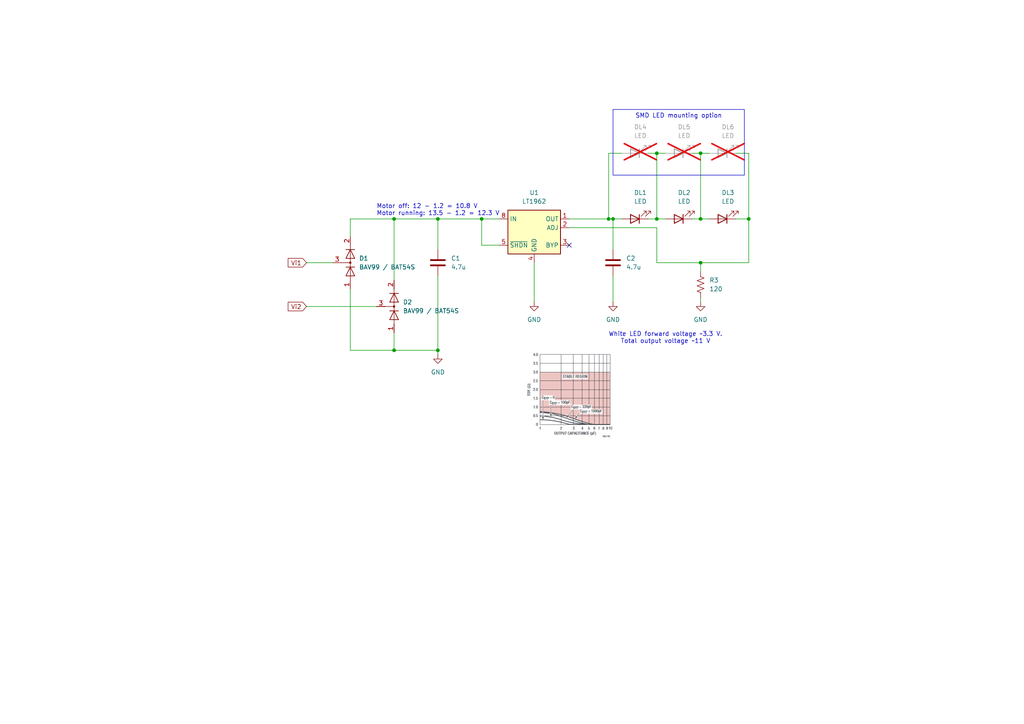
<source format=kicad_sch>
(kicad_sch
	(version 20231120)
	(generator "eeschema")
	(generator_version "8.0")
	(uuid "93f61c66-fe00-46f9-812a-e7dfcf7f102c")
	(paper "A4")
	(lib_symbols
		(symbol "Device:C"
			(pin_numbers hide)
			(pin_names
				(offset 0.254)
			)
			(exclude_from_sim no)
			(in_bom yes)
			(on_board yes)
			(property "Reference" "C"
				(at 0.635 2.54 0)
				(effects
					(font
						(size 1.27 1.27)
					)
					(justify left)
				)
			)
			(property "Value" "C"
				(at 0.635 -2.54 0)
				(effects
					(font
						(size 1.27 1.27)
					)
					(justify left)
				)
			)
			(property "Footprint" ""
				(at 0.9652 -3.81 0)
				(effects
					(font
						(size 1.27 1.27)
					)
					(hide yes)
				)
			)
			(property "Datasheet" "~"
				(at 0 0 0)
				(effects
					(font
						(size 1.27 1.27)
					)
					(hide yes)
				)
			)
			(property "Description" "Unpolarized capacitor"
				(at 0 0 0)
				(effects
					(font
						(size 1.27 1.27)
					)
					(hide yes)
				)
			)
			(property "ki_keywords" "cap capacitor"
				(at 0 0 0)
				(effects
					(font
						(size 1.27 1.27)
					)
					(hide yes)
				)
			)
			(property "ki_fp_filters" "C_*"
				(at 0 0 0)
				(effects
					(font
						(size 1.27 1.27)
					)
					(hide yes)
				)
			)
			(symbol "C_0_1"
				(polyline
					(pts
						(xy -2.032 -0.762) (xy 2.032 -0.762)
					)
					(stroke
						(width 0.508)
						(type default)
					)
					(fill
						(type none)
					)
				)
				(polyline
					(pts
						(xy -2.032 0.762) (xy 2.032 0.762)
					)
					(stroke
						(width 0.508)
						(type default)
					)
					(fill
						(type none)
					)
				)
			)
			(symbol "C_1_1"
				(pin passive line
					(at 0 3.81 270)
					(length 2.794)
					(name "~"
						(effects
							(font
								(size 1.27 1.27)
							)
						)
					)
					(number "1"
						(effects
							(font
								(size 1.27 1.27)
							)
						)
					)
				)
				(pin passive line
					(at 0 -3.81 90)
					(length 2.794)
					(name "~"
						(effects
							(font
								(size 1.27 1.27)
							)
						)
					)
					(number "2"
						(effects
							(font
								(size 1.27 1.27)
							)
						)
					)
				)
			)
		)
		(symbol "Device:LED"
			(pin_numbers hide)
			(pin_names
				(offset 1.016) hide)
			(exclude_from_sim no)
			(in_bom yes)
			(on_board yes)
			(property "Reference" "D"
				(at 0 2.54 0)
				(effects
					(font
						(size 1.27 1.27)
					)
				)
			)
			(property "Value" "LED"
				(at 0 -2.54 0)
				(effects
					(font
						(size 1.27 1.27)
					)
				)
			)
			(property "Footprint" ""
				(at 0 0 0)
				(effects
					(font
						(size 1.27 1.27)
					)
					(hide yes)
				)
			)
			(property "Datasheet" "~"
				(at 0 0 0)
				(effects
					(font
						(size 1.27 1.27)
					)
					(hide yes)
				)
			)
			(property "Description" "Light emitting diode"
				(at 0 0 0)
				(effects
					(font
						(size 1.27 1.27)
					)
					(hide yes)
				)
			)
			(property "ki_keywords" "LED diode"
				(at 0 0 0)
				(effects
					(font
						(size 1.27 1.27)
					)
					(hide yes)
				)
			)
			(property "ki_fp_filters" "LED* LED_SMD:* LED_THT:*"
				(at 0 0 0)
				(effects
					(font
						(size 1.27 1.27)
					)
					(hide yes)
				)
			)
			(symbol "LED_0_1"
				(polyline
					(pts
						(xy -1.27 -1.27) (xy -1.27 1.27)
					)
					(stroke
						(width 0.254)
						(type default)
					)
					(fill
						(type none)
					)
				)
				(polyline
					(pts
						(xy -1.27 0) (xy 1.27 0)
					)
					(stroke
						(width 0)
						(type default)
					)
					(fill
						(type none)
					)
				)
				(polyline
					(pts
						(xy 1.27 -1.27) (xy 1.27 1.27) (xy -1.27 0) (xy 1.27 -1.27)
					)
					(stroke
						(width 0.254)
						(type default)
					)
					(fill
						(type none)
					)
				)
				(polyline
					(pts
						(xy -3.048 -0.762) (xy -4.572 -2.286) (xy -3.81 -2.286) (xy -4.572 -2.286) (xy -4.572 -1.524)
					)
					(stroke
						(width 0)
						(type default)
					)
					(fill
						(type none)
					)
				)
				(polyline
					(pts
						(xy -1.778 -0.762) (xy -3.302 -2.286) (xy -2.54 -2.286) (xy -3.302 -2.286) (xy -3.302 -1.524)
					)
					(stroke
						(width 0)
						(type default)
					)
					(fill
						(type none)
					)
				)
			)
			(symbol "LED_1_1"
				(pin passive line
					(at -3.81 0 0)
					(length 2.54)
					(name "K"
						(effects
							(font
								(size 1.27 1.27)
							)
						)
					)
					(number "1"
						(effects
							(font
								(size 1.27 1.27)
							)
						)
					)
				)
				(pin passive line
					(at 3.81 0 180)
					(length 2.54)
					(name "A"
						(effects
							(font
								(size 1.27 1.27)
							)
						)
					)
					(number "2"
						(effects
							(font
								(size 1.27 1.27)
							)
						)
					)
				)
			)
		)
		(symbol "Device:R_US"
			(pin_numbers hide)
			(pin_names
				(offset 0)
			)
			(exclude_from_sim no)
			(in_bom yes)
			(on_board yes)
			(property "Reference" "R"
				(at 2.54 0 90)
				(effects
					(font
						(size 1.27 1.27)
					)
				)
			)
			(property "Value" "R_US"
				(at -2.54 0 90)
				(effects
					(font
						(size 1.27 1.27)
					)
				)
			)
			(property "Footprint" ""
				(at 1.016 -0.254 90)
				(effects
					(font
						(size 1.27 1.27)
					)
					(hide yes)
				)
			)
			(property "Datasheet" "~"
				(at 0 0 0)
				(effects
					(font
						(size 1.27 1.27)
					)
					(hide yes)
				)
			)
			(property "Description" "Resistor, US symbol"
				(at 0 0 0)
				(effects
					(font
						(size 1.27 1.27)
					)
					(hide yes)
				)
			)
			(property "ki_keywords" "R res resistor"
				(at 0 0 0)
				(effects
					(font
						(size 1.27 1.27)
					)
					(hide yes)
				)
			)
			(property "ki_fp_filters" "R_*"
				(at 0 0 0)
				(effects
					(font
						(size 1.27 1.27)
					)
					(hide yes)
				)
			)
			(symbol "R_US_0_1"
				(polyline
					(pts
						(xy 0 -2.286) (xy 0 -2.54)
					)
					(stroke
						(width 0)
						(type default)
					)
					(fill
						(type none)
					)
				)
				(polyline
					(pts
						(xy 0 2.286) (xy 0 2.54)
					)
					(stroke
						(width 0)
						(type default)
					)
					(fill
						(type none)
					)
				)
				(polyline
					(pts
						(xy 0 -0.762) (xy 1.016 -1.143) (xy 0 -1.524) (xy -1.016 -1.905) (xy 0 -2.286)
					)
					(stroke
						(width 0)
						(type default)
					)
					(fill
						(type none)
					)
				)
				(polyline
					(pts
						(xy 0 0.762) (xy 1.016 0.381) (xy 0 0) (xy -1.016 -0.381) (xy 0 -0.762)
					)
					(stroke
						(width 0)
						(type default)
					)
					(fill
						(type none)
					)
				)
				(polyline
					(pts
						(xy 0 2.286) (xy 1.016 1.905) (xy 0 1.524) (xy -1.016 1.143) (xy 0 0.762)
					)
					(stroke
						(width 0)
						(type default)
					)
					(fill
						(type none)
					)
				)
			)
			(symbol "R_US_1_1"
				(pin passive line
					(at 0 3.81 270)
					(length 1.27)
					(name "~"
						(effects
							(font
								(size 1.27 1.27)
							)
						)
					)
					(number "1"
						(effects
							(font
								(size 1.27 1.27)
							)
						)
					)
				)
				(pin passive line
					(at 0 -3.81 90)
					(length 1.27)
					(name "~"
						(effects
							(font
								(size 1.27 1.27)
							)
						)
					)
					(number "2"
						(effects
							(font
								(size 1.27 1.27)
							)
						)
					)
				)
			)
		)
		(symbol "Diode:BAV99"
			(pin_names hide)
			(exclude_from_sim no)
			(in_bom yes)
			(on_board yes)
			(property "Reference" "D"
				(at 0 5.08 0)
				(effects
					(font
						(size 1.27 1.27)
					)
				)
			)
			(property "Value" "BAV99"
				(at 0 2.54 0)
				(effects
					(font
						(size 1.27 1.27)
					)
				)
			)
			(property "Footprint" "Package_TO_SOT_SMD:SOT-23"
				(at 0 -12.7 0)
				(effects
					(font
						(size 1.27 1.27)
					)
					(hide yes)
				)
			)
			(property "Datasheet" "https://assets.nexperia.com/documents/data-sheet/BAV99_SER.pdf"
				(at 0 0 0)
				(effects
					(font
						(size 1.27 1.27)
					)
					(hide yes)
				)
			)
			(property "Description" "BAV99 High-speed switching diodes, SOT-23"
				(at 0 0 0)
				(effects
					(font
						(size 1.27 1.27)
					)
					(hide yes)
				)
			)
			(property "ki_keywords" "diode"
				(at 0 0 0)
				(effects
					(font
						(size 1.27 1.27)
					)
					(hide yes)
				)
			)
			(property "ki_fp_filters" "SOT?23*"
				(at 0 0 0)
				(effects
					(font
						(size 1.27 1.27)
					)
					(hide yes)
				)
			)
			(symbol "BAV99_0_1"
				(polyline
					(pts
						(xy -5.08 0) (xy 5.08 0)
					)
					(stroke
						(width 0)
						(type default)
					)
					(fill
						(type none)
					)
				)
			)
			(symbol "BAV99_1_1"
				(polyline
					(pts
						(xy 0 0) (xy 0 -2.54)
					)
					(stroke
						(width 0)
						(type default)
					)
					(fill
						(type none)
					)
				)
				(polyline
					(pts
						(xy -1.27 -1.27) (xy -1.27 1.27) (xy -1.27 1.27)
					)
					(stroke
						(width 0.2032)
						(type default)
					)
					(fill
						(type none)
					)
				)
				(polyline
					(pts
						(xy 3.81 1.27) (xy 3.81 -1.27) (xy 3.81 -1.27)
					)
					(stroke
						(width 0.2032)
						(type default)
					)
					(fill
						(type none)
					)
				)
				(polyline
					(pts
						(xy -3.81 1.27) (xy -1.27 0) (xy -3.81 -1.27) (xy -3.81 1.27) (xy -3.81 1.27) (xy -3.81 1.27)
					)
					(stroke
						(width 0.2032)
						(type default)
					)
					(fill
						(type none)
					)
				)
				(polyline
					(pts
						(xy 1.27 1.27) (xy 3.81 0) (xy 1.27 -1.27) (xy 1.27 1.27) (xy 1.27 1.27) (xy 1.27 1.27)
					)
					(stroke
						(width 0.2032)
						(type default)
					)
					(fill
						(type none)
					)
				)
				(circle
					(center 0 0)
					(radius 0.254)
					(stroke
						(width 0)
						(type default)
					)
					(fill
						(type outline)
					)
				)
				(pin passive line
					(at -7.62 0 0)
					(length 2.54)
					(name "K"
						(effects
							(font
								(size 1.27 1.27)
							)
						)
					)
					(number "1"
						(effects
							(font
								(size 1.27 1.27)
							)
						)
					)
				)
				(pin passive line
					(at 7.62 0 180)
					(length 2.54)
					(name "A"
						(effects
							(font
								(size 1.27 1.27)
							)
						)
					)
					(number "2"
						(effects
							(font
								(size 1.27 1.27)
							)
						)
					)
				)
				(pin passive line
					(at 0 -5.08 90)
					(length 2.54)
					(name "K"
						(effects
							(font
								(size 1.27 1.27)
							)
						)
					)
					(number "3"
						(effects
							(font
								(size 1.27 1.27)
							)
						)
					)
				)
			)
		)
		(symbol "Regulator_Linear:LT1962"
			(exclude_from_sim no)
			(in_bom yes)
			(on_board yes)
			(property "Reference" "U"
				(at -7.62 8.89 0)
				(effects
					(font
						(size 1.27 1.27)
					)
					(justify left)
				)
			)
			(property "Value" "LT1962"
				(at 1.27 -6.35 0)
				(effects
					(font
						(size 1.27 1.27)
					)
					(justify left)
				)
			)
			(property "Footprint" "Package_SO:MSOP-8_3x3mm_P0.65mm"
				(at 0 -8.89 0)
				(effects
					(font
						(size 1.27 1.27)
					)
					(hide yes)
				)
			)
			(property "Datasheet" "https://www.analog.com/media/en/technical-documentation/data-sheets/1962fb.pdf"
				(at 0 -13.97 0)
				(effects
					(font
						(size 1.27 1.27)
					)
					(hide yes)
				)
			)
			(property "Description" "300mA, Adjustable, Low Noise, Micropower LDO Regulator, MSOP-8"
				(at 0 0 0)
				(effects
					(font
						(size 1.27 1.27)
					)
					(hide yes)
				)
			)
			(property "ki_keywords" "LDO ADJ"
				(at 0 0 0)
				(effects
					(font
						(size 1.27 1.27)
					)
					(hide yes)
				)
			)
			(property "ki_fp_filters" "MSOP*3x3mm*P0.65mm*"
				(at 0 0 0)
				(effects
					(font
						(size 1.27 1.27)
					)
					(hide yes)
				)
			)
			(symbol "LT1962_0_1"
				(rectangle
					(start -7.62 7.62)
					(end 7.62 -5.08)
					(stroke
						(width 0.254)
						(type default)
					)
					(fill
						(type background)
					)
				)
			)
			(symbol "LT1962_1_1"
				(pin power_out line
					(at 10.16 5.08 180)
					(length 2.54)
					(name "OUT"
						(effects
							(font
								(size 1.27 1.27)
							)
						)
					)
					(number "1"
						(effects
							(font
								(size 1.27 1.27)
							)
						)
					)
				)
				(pin input line
					(at 10.16 2.54 180)
					(length 2.54)
					(name "ADJ"
						(effects
							(font
								(size 1.27 1.27)
							)
						)
					)
					(number "2"
						(effects
							(font
								(size 1.27 1.27)
							)
						)
					)
				)
				(pin passive line
					(at 10.16 -2.54 180)
					(length 2.54)
					(name "BYP"
						(effects
							(font
								(size 1.27 1.27)
							)
						)
					)
					(number "3"
						(effects
							(font
								(size 1.27 1.27)
							)
						)
					)
				)
				(pin power_in line
					(at 0 -7.62 90)
					(length 2.54)
					(name "GND"
						(effects
							(font
								(size 1.27 1.27)
							)
						)
					)
					(number "4"
						(effects
							(font
								(size 1.27 1.27)
							)
						)
					)
				)
				(pin input line
					(at -10.16 -2.54 0)
					(length 2.54)
					(name "~{SHDN}"
						(effects
							(font
								(size 1.27 1.27)
							)
						)
					)
					(number "5"
						(effects
							(font
								(size 1.27 1.27)
							)
						)
					)
				)
				(pin no_connect line
					(at 2.54 5.08 90)
					(length 2.54) hide
					(name "NC"
						(effects
							(font
								(size 1.27 1.27)
							)
						)
					)
					(number "6"
						(effects
							(font
								(size 1.27 1.27)
							)
						)
					)
				)
				(pin no_connect line
					(at 2.54 2.54 90)
					(length 2.54) hide
					(name "NC"
						(effects
							(font
								(size 1.27 1.27)
							)
						)
					)
					(number "7"
						(effects
							(font
								(size 1.27 1.27)
							)
						)
					)
				)
				(pin power_in line
					(at -10.16 5.08 0)
					(length 2.54)
					(name "IN"
						(effects
							(font
								(size 1.27 1.27)
							)
						)
					)
					(number "8"
						(effects
							(font
								(size 1.27 1.27)
							)
						)
					)
				)
			)
		)
		(symbol "power:GND"
			(power)
			(pin_numbers hide)
			(pin_names
				(offset 0) hide)
			(exclude_from_sim no)
			(in_bom yes)
			(on_board yes)
			(property "Reference" "#PWR"
				(at 0 -6.35 0)
				(effects
					(font
						(size 1.27 1.27)
					)
					(hide yes)
				)
			)
			(property "Value" "GND"
				(at 0 -3.81 0)
				(effects
					(font
						(size 1.27 1.27)
					)
				)
			)
			(property "Footprint" ""
				(at 0 0 0)
				(effects
					(font
						(size 1.27 1.27)
					)
					(hide yes)
				)
			)
			(property "Datasheet" ""
				(at 0 0 0)
				(effects
					(font
						(size 1.27 1.27)
					)
					(hide yes)
				)
			)
			(property "Description" "Power symbol creates a global label with name \"GND\" , ground"
				(at 0 0 0)
				(effects
					(font
						(size 1.27 1.27)
					)
					(hide yes)
				)
			)
			(property "ki_keywords" "global power"
				(at 0 0 0)
				(effects
					(font
						(size 1.27 1.27)
					)
					(hide yes)
				)
			)
			(symbol "GND_0_1"
				(polyline
					(pts
						(xy 0 0) (xy 0 -1.27) (xy 1.27 -1.27) (xy 0 -2.54) (xy -1.27 -1.27) (xy 0 -1.27)
					)
					(stroke
						(width 0)
						(type default)
					)
					(fill
						(type none)
					)
				)
			)
			(symbol "GND_1_1"
				(pin power_in line
					(at 0 0 270)
					(length 0)
					(name "~"
						(effects
							(font
								(size 1.27 1.27)
							)
						)
					)
					(number "1"
						(effects
							(font
								(size 1.27 1.27)
							)
						)
					)
				)
			)
		)
	)
	(junction
		(at 190.5 44.45)
		(diameter 0)
		(color 0 0 0 0)
		(uuid "035f54fa-16d0-41b7-bdd8-7fbb3fdc87ec")
	)
	(junction
		(at 127 63.5)
		(diameter 0)
		(color 0 0 0 0)
		(uuid "16c1af47-45e3-41dd-9fb5-fafb56f5f515")
	)
	(junction
		(at 127 101.6)
		(diameter 0)
		(color 0 0 0 0)
		(uuid "18a31046-6b7d-425d-956a-a25cee74f22a")
	)
	(junction
		(at 139.7 63.5)
		(diameter 0)
		(color 0 0 0 0)
		(uuid "44afa99a-9390-4294-886e-ac8952e35bd5")
	)
	(junction
		(at 203.2 76.2)
		(diameter 0)
		(color 0 0 0 0)
		(uuid "50cf3860-b045-4439-85f9-0dec64dee777")
	)
	(junction
		(at 177.8 63.5)
		(diameter 0)
		(color 0 0 0 0)
		(uuid "5eae2d20-0f02-4eb3-952d-2e74b4f56add")
	)
	(junction
		(at 190.5 63.5)
		(diameter 0)
		(color 0 0 0 0)
		(uuid "7931dceb-30d5-4278-bc66-2e65485d0ed0")
	)
	(junction
		(at 114.3 101.6)
		(diameter 0)
		(color 0 0 0 0)
		(uuid "a23351a9-da47-412e-8f65-9b5b3e4450f9")
	)
	(junction
		(at 176.53 63.5)
		(diameter 0)
		(color 0 0 0 0)
		(uuid "c86caba6-b46d-4a49-b36d-11632a114f9a")
	)
	(junction
		(at 203.2 63.5)
		(diameter 0)
		(color 0 0 0 0)
		(uuid "e34844ed-fa63-4e2a-becd-b5e8fc6829ab")
	)
	(junction
		(at 217.17 63.5)
		(diameter 0)
		(color 0 0 0 0)
		(uuid "f2f9ab40-ed50-4823-81ca-31f55a0b997f")
	)
	(junction
		(at 203.2 44.45)
		(diameter 0)
		(color 0 0 0 0)
		(uuid "fd4b0e75-868a-40f4-ad24-2e35b8e63a66")
	)
	(junction
		(at 114.3 63.5)
		(diameter 0)
		(color 0 0 0 0)
		(uuid "ff826572-de14-4329-83f9-e56d6035d778")
	)
	(no_connect
		(at 165.1 71.12)
		(uuid "e1d30967-8935-442c-bdb9-97b5a9c2bdf2")
	)
	(wire
		(pts
			(xy 177.8 80.01) (xy 177.8 87.63)
		)
		(stroke
			(width 0)
			(type default)
		)
		(uuid "051520c1-1da0-4c8b-a8a5-0c797f168cd1")
	)
	(wire
		(pts
			(xy 114.3 63.5) (xy 114.3 81.28)
		)
		(stroke
			(width 0)
			(type default)
		)
		(uuid "091e0cb0-488b-4c84-80d1-a6408001ed86")
	)
	(wire
		(pts
			(xy 176.53 63.5) (xy 177.8 63.5)
		)
		(stroke
			(width 0)
			(type default)
		)
		(uuid "0ec6db72-7599-4fbf-a7a1-da4f194af13d")
	)
	(wire
		(pts
			(xy 190.5 63.5) (xy 193.04 63.5)
		)
		(stroke
			(width 0)
			(type default)
		)
		(uuid "0fdf9cd3-702f-4480-952c-cfc4a5f7f24c")
	)
	(wire
		(pts
			(xy 190.5 66.04) (xy 165.1 66.04)
		)
		(stroke
			(width 0)
			(type default)
		)
		(uuid "1ce973d8-a65d-4580-94bf-b4378f1a2380")
	)
	(wire
		(pts
			(xy 88.9 76.2) (xy 96.52 76.2)
		)
		(stroke
			(width 0)
			(type default)
		)
		(uuid "2ad97dcd-14a6-4420-a7ff-beb5362e5bc2")
	)
	(wire
		(pts
			(xy 139.7 71.12) (xy 139.7 63.5)
		)
		(stroke
			(width 0)
			(type default)
		)
		(uuid "304281ca-043d-4124-8d27-c475e35b3843")
	)
	(wire
		(pts
			(xy 203.2 76.2) (xy 203.2 78.74)
		)
		(stroke
			(width 0)
			(type default)
		)
		(uuid "33508ab2-a76b-4ba8-98cd-e9d1887fc1ca")
	)
	(wire
		(pts
			(xy 127 80.01) (xy 127 101.6)
		)
		(stroke
			(width 0)
			(type default)
		)
		(uuid "3bd03d34-b60c-4143-9f24-dff8a5688832")
	)
	(wire
		(pts
			(xy 114.3 63.5) (xy 127 63.5)
		)
		(stroke
			(width 0)
			(type default)
		)
		(uuid "415a5b86-5962-4967-b3c0-8c94a85c77a0")
	)
	(wire
		(pts
			(xy 203.2 44.45) (xy 203.2 63.5)
		)
		(stroke
			(width 0)
			(type default)
		)
		(uuid "45d01e14-450f-48c8-b52a-62d5f3688212")
	)
	(wire
		(pts
			(xy 213.36 63.5) (xy 217.17 63.5)
		)
		(stroke
			(width 0)
			(type default)
		)
		(uuid "4bd3b69f-3a94-4e0e-a5b2-37d65ccbb812")
	)
	(wire
		(pts
			(xy 190.5 44.45) (xy 193.04 44.45)
		)
		(stroke
			(width 0)
			(type default)
		)
		(uuid "4c945054-aca9-45e8-b9c4-c85377ee41c4")
	)
	(wire
		(pts
			(xy 177.8 63.5) (xy 180.34 63.5)
		)
		(stroke
			(width 0)
			(type default)
		)
		(uuid "52edb124-25aa-403e-8fd7-6d410e02f55e")
	)
	(wire
		(pts
			(xy 127 102.87) (xy 127 101.6)
		)
		(stroke
			(width 0)
			(type default)
		)
		(uuid "5395d6cf-7b94-4399-b360-34cf0eedc3a9")
	)
	(wire
		(pts
			(xy 203.2 63.5) (xy 205.74 63.5)
		)
		(stroke
			(width 0)
			(type default)
		)
		(uuid "624dadd4-3565-4479-ac5c-21adb9e191f7")
	)
	(wire
		(pts
			(xy 139.7 63.5) (xy 144.78 63.5)
		)
		(stroke
			(width 0)
			(type default)
		)
		(uuid "641b3ef2-1da7-43dc-b886-046d762de1b1")
	)
	(wire
		(pts
			(xy 187.96 63.5) (xy 190.5 63.5)
		)
		(stroke
			(width 0)
			(type default)
		)
		(uuid "67c03546-4845-4dd9-993c-17a92d55363a")
	)
	(wire
		(pts
			(xy 200.66 63.5) (xy 203.2 63.5)
		)
		(stroke
			(width 0)
			(type default)
		)
		(uuid "69d6144a-faa8-442d-a77b-9168d1b58199")
	)
	(wire
		(pts
			(xy 139.7 63.5) (xy 127 63.5)
		)
		(stroke
			(width 0)
			(type default)
		)
		(uuid "761690d4-ac87-48c4-aa0f-4e305f07de08")
	)
	(wire
		(pts
			(xy 203.2 76.2) (xy 217.17 76.2)
		)
		(stroke
			(width 0)
			(type default)
		)
		(uuid "783fceec-59f0-43d4-b613-3b6cd7b12322")
	)
	(wire
		(pts
			(xy 177.8 63.5) (xy 177.8 72.39)
		)
		(stroke
			(width 0)
			(type default)
		)
		(uuid "8200d45d-3038-489d-a06d-01382b4e6606")
	)
	(wire
		(pts
			(xy 165.1 63.5) (xy 176.53 63.5)
		)
		(stroke
			(width 0)
			(type default)
		)
		(uuid "8f05a19b-91bd-4d5f-ac95-13d14478adb8")
	)
	(wire
		(pts
			(xy 190.5 63.5) (xy 190.5 44.45)
		)
		(stroke
			(width 0)
			(type default)
		)
		(uuid "91ea412d-1495-42a6-8489-c2f1e30e0b74")
	)
	(wire
		(pts
			(xy 176.53 63.5) (xy 176.53 44.45)
		)
		(stroke
			(width 0)
			(type default)
		)
		(uuid "92262471-8450-4508-893f-a0ba353eebe0")
	)
	(wire
		(pts
			(xy 101.6 101.6) (xy 114.3 101.6)
		)
		(stroke
			(width 0)
			(type default)
		)
		(uuid "92ddb958-1fd2-4a7f-bf9f-95fc00afef48")
	)
	(wire
		(pts
			(xy 203.2 86.36) (xy 203.2 87.63)
		)
		(stroke
			(width 0)
			(type default)
		)
		(uuid "940593fc-e033-43e2-b1c8-5af3601689b5")
	)
	(wire
		(pts
			(xy 190.5 66.04) (xy 190.5 76.2)
		)
		(stroke
			(width 0)
			(type default)
		)
		(uuid "979d6c21-e857-4a08-8579-b5ce47f659fa")
	)
	(wire
		(pts
			(xy 88.9 88.9) (xy 109.22 88.9)
		)
		(stroke
			(width 0)
			(type default)
		)
		(uuid "a81aeea1-a935-425c-aeab-118fa0464fe7")
	)
	(wire
		(pts
			(xy 217.17 63.5) (xy 217.17 76.2)
		)
		(stroke
			(width 0)
			(type default)
		)
		(uuid "af92005e-f760-4aff-988b-e24d8d843651")
	)
	(wire
		(pts
			(xy 154.94 76.2) (xy 154.94 87.63)
		)
		(stroke
			(width 0)
			(type default)
		)
		(uuid "b5bc8aae-c636-4084-a6ff-1fc7f0cedc55")
	)
	(wire
		(pts
			(xy 144.78 71.12) (xy 139.7 71.12)
		)
		(stroke
			(width 0)
			(type default)
		)
		(uuid "b738e7c1-6aa9-4843-87b4-38ab33f1b07e")
	)
	(wire
		(pts
			(xy 217.17 63.5) (xy 217.17 44.45)
		)
		(stroke
			(width 0)
			(type default)
		)
		(uuid "b8323526-1d10-4f5b-bf70-1afcb86f6d57")
	)
	(wire
		(pts
			(xy 127 63.5) (xy 127 72.39)
		)
		(stroke
			(width 0)
			(type default)
		)
		(uuid "bc6f6046-7ee6-4b76-ad0a-732c7073c366")
	)
	(wire
		(pts
			(xy 176.53 44.45) (xy 180.34 44.45)
		)
		(stroke
			(width 0)
			(type default)
		)
		(uuid "bde49e76-cb3c-4084-acb0-8ac2d45da51a")
	)
	(wire
		(pts
			(xy 101.6 63.5) (xy 114.3 63.5)
		)
		(stroke
			(width 0)
			(type default)
		)
		(uuid "c08ae9d5-2489-4035-b3f6-def39cfe7743")
	)
	(wire
		(pts
			(xy 190.5 76.2) (xy 203.2 76.2)
		)
		(stroke
			(width 0)
			(type default)
		)
		(uuid "c2ee50f4-e0c1-45a9-96ce-631568c81a74")
	)
	(wire
		(pts
			(xy 203.2 44.45) (xy 205.74 44.45)
		)
		(stroke
			(width 0)
			(type default)
		)
		(uuid "c795775f-d621-44f0-9aa1-352467af772b")
	)
	(wire
		(pts
			(xy 101.6 83.82) (xy 101.6 101.6)
		)
		(stroke
			(width 0)
			(type default)
		)
		(uuid "d11beb42-4298-4f17-a090-9b618ca34b65")
	)
	(wire
		(pts
			(xy 213.36 44.45) (xy 217.17 44.45)
		)
		(stroke
			(width 0)
			(type default)
		)
		(uuid "d7a984fe-e5dd-45da-976a-10b93a0f617a")
	)
	(wire
		(pts
			(xy 114.3 101.6) (xy 114.3 96.52)
		)
		(stroke
			(width 0)
			(type default)
		)
		(uuid "e17c6d01-1228-4a2c-9318-efde26793a9f")
	)
	(wire
		(pts
			(xy 114.3 101.6) (xy 127 101.6)
		)
		(stroke
			(width 0)
			(type default)
		)
		(uuid "efbe1635-6594-4b32-9997-878b9486f9d0")
	)
	(wire
		(pts
			(xy 101.6 68.58) (xy 101.6 63.5)
		)
		(stroke
			(width 0)
			(type default)
		)
		(uuid "effa57a9-e7f5-459a-83db-3a7ed971bddf")
	)
	(wire
		(pts
			(xy 190.5 44.45) (xy 187.96 44.45)
		)
		(stroke
			(width 0)
			(type default)
		)
		(uuid "f676c990-e94c-4ada-b7d2-4b19310bd102")
	)
	(wire
		(pts
			(xy 200.66 44.45) (xy 203.2 44.45)
		)
		(stroke
			(width 0)
			(type default)
		)
		(uuid "fd99b7dc-8582-4062-9ace-79c3008de9f0")
	)
	(image
		(at 165.1 114.3)
		(scale 0.34253)
		(uuid "740b19b7-9992-4f80-95fe-6adbf0dcf16c")
		(data "iVBORw0KGgoAAAANSUhEUgAAAREAAAESCAYAAADaAOEgAAAAAXNSR0IArs4c6QAAAARnQU1BAACx"
			"jwv8YQUAAAAJcEhZcwAADsMAAA7DAcdvqGQAAFu+SURBVHhe7Z0HXE39H8c/j1JS5hUVGmSG7BUa"
			"igiRyCqb7PHYe++Hx/jjsedjPBUhopJUiGRm00BDXSNFt8H//M45t27XvXXTUPm9vY57fuOs2/19"
			"zvf3/a0/vjOAQqFQfpJS/CeFQqH8FFREKBRKnqAiQqFQ8gQVEQqFkieoiFAolDxBRYRCoeQJKiIU"
			"CiVPFKKIvECAqxu87n/iw5KIILzrDRcm/dyNCCZEoVCKC4UmIlHHNmHKsjVwe8JHSPB83zh0GXsS"
			"YR9uYfukkZjhFs6nUCiUok7hiIjIBzt23kIKH8xKIP779yla/7kaM0etxhqnyrhyzBOP+FQKhVK0"
			"KRQReX7oIM63MIUZH86CMBLhcQLU0hewwSa6eozZEoFwWbUeCoVS5Cj4sTPCM5hmdxx1tgzAc6cV"
			"SJ7vhR39K/CJDPe2obfTJZjsPoOZrZmw+0w0XpSMhVe3QjKbmNPu5+B7xY8PUSiUgmac82jUr1eX"
			"D/1IAYuICIFr+mFu8lR4LUnEHOO8i8i69ZuQ8PkzLMxM+Zjfk7v37iMiIhK2vXrwMUWDjx8/4eCh"
			"o5gyeTwfU7Bc8fNnP81MO7Kf+UF+PcPmLdsx1GkwKlaU8UPOhp+5fm5+D7k5/46duzFr5jS0atWC"
			"j5EBEZECI+zQ96Et7b7POuj6/T+XVd8dmrT67rD89PfAcD6dELbv+5AmPb+vC+LDp2d8b9RyzncP"
			"PijN2nUbvx86/C8f+n05dfrs9/kLl/KhosObt1Hfu1j34kMFz/+2/8Nu+Ul+PQM5BzlXbklISPje"
			"zsSCDymGj8+V75OnzuBD2ZOb5xs+wvn7zZvBfEg2BesTKdcIA+YMRit1PswgEgFlNPgAQV8X+hpp"
			"SEzknCD3IyOYOD3osyEKhVLUKVgRETSDdV872LObEbSZKK3GZmguAIIOzMfsXVeQgA6w7qmMSydP"
			"ICDYBftd3qKueTs05M5AoVCKOIXWTwSoBuNuVmijJ1E/VFFDeajCZNpWbDJJwFmXO9Ce9A8Ojjfm"
			"M1AolKJOIYpIGwxbsxLD2vChYSuxVhxQ1UNbxxlYy6TPsm8EydoOhUIp2hSiiFAolJIIFREKhZIn"
			"qIhQKJQ8QUWEQqHkCSoiFAolT1ARoVAoeYKKCIVCyRNURCgUSp6gIkKhUPIEFREKhZInqIhQKJQ8"
			"QUWEQqHkCSoiFAolT1ARoVAoeYKKCIVCyRNURCgUSp6gIkKhUPJEgYuIMPBvDG5vho6dzdCq8zjs"
			"u/PjSrv3d42GpZVNxjZybyifQqFQijoFLCL3cHTDv0jqvxHePuewtMVTbPrHDUI+VUzYk3soY7Mc"
			"3l4e7LZ3pBGfQqFQijoFLCLJKF/PCj1bGUEVGqhRswoQK8RbPpUjHMJ4QLeG/BW2KBRK0aWARYSb"
			"nHmkiSqQeBM+V2Og274Z6vGpHJ+Q+Bl4up9UafrCcakbHv9Y46FQKEWUgl+Ll3BxBSxXXcJntVaY"
			"+NcqOBoxopLBRSyx2gXR2LWYb/0eOxwnwrPNJvjMMeHTs0KW0fT1vYpv37/xMb8nX758gSglBZUq"
			"VuRjigbp6emIjxeiWrWqfEzB8vkz8wZiKFeuHPuZH+TXM8TGvkOVKgIoKSnxMYrx7ds39lhtbS0+"
			"JmeSk5OZ38RXVK5ciY+RT26e73PCZ2z+e322y2gWjoiwcOvyOl/rjINnpqA5HyvN/a39MfhyJxw9"
			"NRFN+DhJiIhoaGjA1rZorUFb2FzyuowHDx7iz+mT+ZiiQQzz4581ez4OHdjNxxQsh48cYz8dhwxk"
			"P/OD/HoGp2GjsW7tSmjlUoySkpKYY8fA9b+jfEzOXLsWBC8fHyxeOI+PkU9unm/27IWYMnncL1yL"
			"9/uN7/tnz/u+/wYfJOvsNpn63SWZDxPiQ75fcLnw/XY8F7y3pd/3Rr23fr/HBX+ArsXLQdfi5aBr"
			"8XKU3LV4UQYJT71wNuQRs89YIo+fAkZGaEJcJDFhCItJZOKfwG3ZGhwPIo6Q57hxPRw6baT9JhQK"
			"pahSwCJiDPtxvfD9sDPamXbFDF89TJo2AHWYFJ91Dui16hJEAjs4T2mMO0ut0NF0NPan9MKUgS0h"
			"6TWhUChFlwIWEUCnywK4XbuK635XcP3iVoxpxS2SabvxJh5ssWPEQhXNR2yFV9BV+JM8LgvQXY9K"
			"CIVSXChwEaFQKCUbKiIUCiVPUBGhUCh5gooIhULJE1REKBRKnqAiQqFQ8gQVEQqFkieoiFAolDxB"
			"RYRCoeQJKiIUCiVPUBGhUCh5gooIhULJE1REKBRKnqAiQqFQ8gQVEQqFkieoiFAolDxBRYRCoeSJ"
			"ghcR0RNc2LoCs+fMx5LdvoiQtaaMKAI3Dm/g8/ghio+mUChFnwIWESHc547HsltV0NOxLVJcZ2PI"
			"mit8mhgRAjdNwoTj6ehsXx+xR+Zh4v/u8mkUCqWoU8AiEoRA/0QYdbVDB6OeGGCjj4/Xg5lYSQLg"
			"eTYRFuPHoEtLR8weWg/Pz/simE+lUChFmwIWke5Yd+sm9gwmi/eI8OFjIlQMdGHAJXKERyI8UQOa"
			"VbiVu/QFAuAdE/eRDVIolCJO4ayAF3QIs/efxbVwfYzfuAIDG0rM5n5vG3o7XUL7XWcwqw0Tdp+J"
			"xouSscBvKxxkrBBJV8DjoCvgcdAV8Dh+5Qp4hSMiiTEIexKMA2tX47LWnzi81Q76fFJuRWTNijW4"
			"4n+NrsX79StSUlNRsXx5PqZoQNZ5FX74gKpVqvAxBcvnxCT2s5yGOvuZH+TXM7yLj4egUqWfWov3"
			"XbwQWlU1+ZicSRaJmN9EMipXrMDHyCc3z0e+3y2bN/xKEUlEbFgcoGmAahpMhcZtGlquBhZ7bYK9"
			"WCCExzDG4hgMJUVknTo2BS6BJZcjC6sWLYVARRn9OpvyMb8nF67dwt0XLzDXKf/ewPlBtPADpm7c"
			"hhMrF/IxBcv+c57s5/Ae1uxnfpBfz+Awfzn+nj4R2oKcF9mWJJF5QTjMWwGPTSv5mJwJuPsQF27c"
			"xErnEXyMfHLzfNO27MZExtrNTkQK3LG6bYgD5ru/Y0OJohRApQKyLGQv0IW+ZiKiYrg8gY9Dgdp6"
			"MGRDFAqlqFPAItIBpp3L486/q7Flz1/4c+dd1OzTjbUwLi61geUcd3yACfoN0kfgLpJnOTa6psDU"
			"1jyzukOhUIo0BSwiqrBcdhon5lpCp5IBhmw+g1MzSJ2FMTYsRsLZxgjE0KszYgc8V9oweYww7sBp"
			"bOtLJYRCKS4UsIgQNGDYwQb2fe1g2VSQsVC3YUc72HcUV1pUIWhqyeUx4tbqpVAoxYNCEBEKhVKS"
			"KZwm3nyEts5wSLfOlDNqzH7+alJS0/Di9Vs0rKXHxxQsMcL37KeWoDL7mRe+hL9CelISbZ2RoAi0"
			"zlAKi9LlKxSJTV0ggHHTJjLTCmKraWDAbrLScruVUlLmv01KbqAiUuIQ4bHbCjj2soGllQ36z3PD"
			"YzJy+uIKNiy9zXb/xB3mux49mHD/LRIjm6SO6eG8HyHsKOxQ7B1pg0H/u81myyB0P0ZK5CfbD3mk"
			"78NhIQ7dipadxmzi+0sMdcFcBy6uh/M2+GYMB7+IJRL5EH0Lh5aOZJ/F0moI5ro9Yb4RApfP0mou"
			"XIVsBNdCOPcMErgg5SehIlLSYMRgzOpXaL5wD7xPLUarx2vgtPQi0HUBvL084L2hGzTeKaHrSmaf"
			"Ca+15Xo4Bgb5QvjlKx7738EjNoYh+RNi39XCGBcm76lZaBO+A3NZkUlD0vs4Jn8al09MWhKEEucm"
			"278TpMxgyXN6ncDqVk+xfvwWnP8hjdvY+3u2H+OG7cTH3n/B49whzDO8islOG+DHnlCET+/ikMAq"
			"xXPsmz0Vu2PMsOaUG04sbY7HS8dgoQdJ5PLFvrsKbx9ORZI/MeGPyew+5eehIlLCuP/wPj4KjNC+"
			"lTag0Rr9Rg2Ehb5qDm/be7gdFA/Ddq1QNTwUD/k3dRY0TNGkIRD1KiIf39waaGXVCbVTQhF6k4+S"
			"QXiAP+4KumHYwPpQVRWgfbduaK3yCk+kZ4wI9YHHvQroNsQRjTRUIWg/FA7tkuFz0SPjnnW0Bbjp"
			"6wNZj0j5OaiIlDDq6epBRRiI8+deIJEJ69tMw9oxZsh2hE14CG69qoIGvdqgYUoIgm/w8Vl4jtgY"
			"phDW0sv+XLlEFPsOsRr1ULc2HyGDF+HhgEFNNODDMBqOvV57MbYpHxYTHoFw1IZhIz4MAYyM9JES"
			"FokXfEytzqaoGewP3hih5ANUREoYqrbTsXFMbTxYNRTt2lii/zwXPCRqkg3C68G4q1IP9YzroUHd"
			"VATeusynEO5hq70NLE1HYm/KICwcx3UWlI8QbnM534WkTyMrj+GyaD5mTxmJHhvfoNeCsbAV8Eni"
			"67HHD8W220BSovgBgnBgDnMcu23COUZbspCWhhR+Nwup6Ujld6HXARY1QuBLVSTfoCJS4tCG6ej1"
			"cLt2Eaf+Ggr9e5swdODfUhNBSSJCwC2mXtDAGC0rGKFuAw0k3Lgjkd8Yk4iPwmMDBvzxH6atusjH"
			"y0MAu9VSPo0fqAWrMaPgPHUcHA0i4bLPG/f5lIzrsccfxMQsLhUjdBvLHDe2AT5f8MVjbrhVJsrK"
			"UOF3s1BaCaX5XaA+zCyqs1WaL3wMJW9QESlhBGxw4FscSE9hR6wb0x4pkS8RIcsgYAlAcBDznn56"
			"hG1ZWektAqJv43YonyxGozU6d6qO5JCH2QiSoqiiQg0DGBi0hNOYntB+Fooncu+PqckY6DPmyBd8"
			"YJ6pmgFz3JdExPJpWahRHTUZSyj+DR9meBcXz8TrZBnQ2aRTJ7ZKc5WqSL5ARaSEUbmsEmKfREJs"
			"6UclMKVTQ4MpfnIIvI1riVUY68GVffv7/jsKTfEC14Ok6wrA5ySmWlFVAC0+nC+UUoIy3uKt2Gkh"
			"gyaNmqDi46vw4fNEhYTgGbebFeNWMNGOYO6dzygKxM2bIrRs3zqrH8e4I1uluSnV+kz5OaiIlDAa"
			"9hmAbgknMdZ+AmZPGYrB2yJhNmUkusuZqyb86RO80zBGmxZ8Bn1zmBsDj+6G8C0aYv/FUCw4pQp7"
			"p54Q90WNv7Kf90+Q7RBvoQjh+484bj42ePwoRlmor8NYD5/wMcMS4a/HH3+AnNR8JGaYR2GH00CM"
			"cR6IvgfiUFOmKrbB4Ond8GnPKNg5z8cYh/nwqumIUd2lB3Qas1WaFJkOFEpuod3eiynS3d4rt+vA"
			"fnKIIIyMQkK6Esrr6EIgMRslREJERiVBnY9PjAlDXEp56OhmDo7MiKuciqi4r3wsUJafXCrz/Gw0"
			"jxo0dUrjfVQCJKOVyutAV/IGyCx37DxVWrx1xJ0rSZ3Jp/qBScu8HiHzmvx9fSXPVA2IZSo01cgz"
			"ZJ34is/InUdJ8rmk8onzqGnCQIs78HPoA6Qylhvt9p4J7fb+26IKgS7xOUgJCEFVAF2JeA0tJp+E"
			"gBAy4jS0mHOQ83BbRiHNOL/kxogCe+6s8VkEhMCeUywgBO5cbD6p65Et85r8fbH3To4RPwPnJ5HM"
			"l3GeLM8llU+chxcQys9DRYRCoeQJKiIlBDL6tChsyQkJePnipcy0gtjeRUezm6y03G6Un6NQfCIi"
			"YSSiSAVaov75s1CfCAedqJmDTtTMUaJ9Ivd3OaGDxQjM/nsDpth2h8P2EIjHX4oJXNMdjdtYZvRy"
			"HLlXupMChUIpqhSwiATi3Mkn0HXegpOb/4f9UxvjkZsnbkipSPy7eOgNXJfRy3HvSCM+hUKhFHUK"
			"WEQSkfKHJhrXasiGBGXLAnEf8DGLwz4Ub18DBrpUOCiU4kgh9hMR4dL8bvgzbBDc/h2FOnwsEIJN"
			"vZzxb2x5lCmThjRNSyz8aya660k1DfIQn4hqehqs27XmY35Prty+h0cRERhv14uPKRq8+/gJy/Yc"
			"xLYZhbO853+XuVlF+lnkn48sv55h4oYtWDRqKKoqsCqdJF+SkzFx/VbsWziTj8mZ4EdPceXOPcwY"
			"3J+PkU9unm/lgeOYNnv6r1wBT4wIIdtHY+w/yRh04DCmNZMUCDIy0wulHWZicLP3OOZsjy2CRbiy"
			"smuWvgtiiIj4Bd747ZfR/CpKYZfRrJCPy0fmB+np3/A+4TM0K+Wu4PwsiV+4zmkaZdXYz/wgv54h"
			"7sMnVC5fDkpKuTP4vzFFkhxbrbKMdWTlkJySyvwmRKhULueGi9w8X+JXEbZs+etXi0imgPTauhkL"
			"O2nz8bK5v7U/BnuZ4OCZKWjOx0lCW2c4aOsMB22d4SjRrTNR7gswZX8aHBkLRKaAhHtgw5z1cOdH"
			"VKWlpzOvFXWU44IUCqWIU8AiEorTR/ygP341JmepwgAv/N3g4vsEIu10vPU5DY/AF0hM9IOH52vU"
			"7dhewmdCoVCKMgUsItF4n6SJ6H/HZ/QBsbRaATKtzcvLe7HzagRUVXth5l/DUdZzCnr32YJn7eZg"
			"xQiuNYdCoRR9ClhELLHgfOYsV9y2AF2ZlK6Lmf3FZA/Q6TQKf58gaa44vNgODWQ3zFAolCJIgftE"
			"KBRKyYaKCIVCyRNURCgUSp7IVkQSY4LhvWcDZjsPyXCM9neejyVbXRHwMod1CCgUym+BTBFJDD2H"
			"9c626DlxPwK+aqHjkDnYvWsbu60dZY5GamE4NNse5g4rcIaKCYXyWyNDRMJx5cIT6E86Cl+X/2HJ"
			"pCHo0aFRxnR1Bi0tYT9qBna5eOLsqjaIOXYawfyRFArl90OGiOijx4wZ6GekAZHwLrxd3eDiEYBn"
			"QhEQeQlb5s/H7A0e7JIEGrWtMGbBELTkDqRQKL8hcn0i9w+Ng7X1GExbtgZL501HXwsrOJyrgupf"
			"vXDeMxRv+XwUCuX3RraIPNuP9QfT0X3xdngH3sSDmxfguqE/1E6sweEwPg+FQqEwyBQR4e0QqI1a"
			"ipk9WnJT7KsKUNdqIv5aaI6qKpqoJlCDMpeVQqH85sgUkbfx36Cv++OIW4HlOOwi3dNPTEJOa8NT"
			"KJTfA5kiUr0K8Pjpj8sfCr3XoD/pLzJ4B0L4OAqF8nsjU0QEZh2g9s90zHIJRizpBpIYg+BzKzF+"
			"0X2ka8QhNvYzsi52SKFQfldkO1a1B2LJvHq4tXY8LE1ao7FJLwxf6o+qI6bB1oDPQ6FQKAyyRYRB"
			"x3Y1fH3P4Nj/FmPxqo1w9XTH1i4f8FHNCt076tOZxygUCosMEREi5MZdkL5lZNHjRh1sYG/TAXXJ"
			"6sm6XTB55UqsXdwfTUhWUQRu+N5hjqBQKL8rMkREA2pRrhjd3RbO64/AOziM84vwkCUxw4K9sXvp"
			"SFj3WQN/YdoPK9pRKJTfBxkioooGdsvhdn4fxjX4iIA9CzHYphMaG7dmtw524zB7z13AZBKOntqB"
			"mfatoMMfKYuoSytg174T2nW2RKs2/bD0UjSfkonozn44d7VER9NOaNF5Ltx/zEKhUIoocn0ipIOZ"
			"cY+JWLKTsUb8ruLBvZvsdsvPAyd3zsBoy6YgNZzsuQeXHWeQ1G05vHy88e8oNbhsOynVPByOE1v3"
			"IMZqFS74ncA8oyCs2nSeWjcUSjFBvojkCxEIewXUNWrLVJKAOlWrMVHhCMuiEPdx57YWTEyNmTza"
			"6GFmjC8PnzCxFAqlOFDAItILmxjrZasdZ7IEPXsK1KqNOpIWzL1IkOE4yspcpKqSMsjivJHUFKFQ"
			"igWFthZv1KUlGDU/APXm7sUaO73MJTLvbUNvJ1+YHnDFtGZM2H0mGi9Kw5Kbm9BXRnWJrsXLQdfi"
			"5aBr8XIUs7V4E/HwxnNot20GAR+TE2IBqTpmFbaNbs1WbTL4CRGha/HStXjF0LV4OYrcWryktWTK"
			"nP0IjElGGa2umDRaFef+uY7ohDh8TC6DivX7YYOCg/BEd7Zh0JjT0J29E8vtDbMKCMsZTDM+CF1e"
			"RITHJsDsWF26Fm8O0LV4OehavBxFbC1eETwP70FYy7k4d/Mytnd7ic3Lr0DgtBKnr5IWmqvwV3gU"
			"bziObjqE9MHrsEZKQBJjwhAWQzqgNEGzFjEIuPGI2Y/GJb+70GhcH0ZsLgqFUtSRISJPEBGWCr1G"
			"raGnqoFW5u1RE/XQqbsiTbrSvETYS+D1yXmwkVpG02edA3qtusRIlj4cJo2C5unxaGc6EFtiumHh"
			"GLNMnwmFQinSFHDrTGcsD7yJ29c8f1hG03YjY9VssWPFQrXZcOy8eAXX/Zjt9AJ016MSQqEUF+SK"
			"yPU13bheqk6HGHviFlZZcD1W2c1yHQL5fBQK5fdGhogYY/Iprneq3M17Fkz43BQK5fdGfnUmMQZh"
			"kUKu+3n0LRxaNx+z55DV787hIV2vikKh8MgUkfu7nNDKpD+cdgQyIiLEyWVTsd4jATVa1cIXz9UY"
			"t+gMovi8FArl90aGiPjgv4ORsFjjBf/VvVD+2Sm4XUuF2ZQNmNR3JNat6I8KQf64RScRoVAoDDJE"
			"JAmJiWUh7gj53O8qQmEKS378C0opQTnxC75wIQqF8psjQ0RMYNY5GaeXjsHkOc6YsusJqg7sDVuR"
			"EJGhAdi98zReGrdCe0X7vFMolBKNDBERwHb1fvxvWGOoMftmk7dg3zQTIPoGTh6+gBcGQ7Fv7TDo"
			"8bkpFMrvjUzHKlT10NZxBtauWYlZjm3B9v3St8EMJrx2liNa/biuFYVC+U2RISL3sKVPaww79IYN"
			"PdrrDMspJzIX8CajbE1XwJcPUiiU3xvZlogEaV/eI/ZzCh+iUCiUrOQoIhQKhZIdckUk+vIOtofq"
			"Tr94IOoqtjD7JDz71FM+B4VCociclEiIEE8/vErig7JQN4C5teIzm+Un0pMSVWzeEn+QeVnFlJLQ"
			"RTL7WaFM/qg4iU8fIzXhEx/6eeikRBx0UiKOIjYpkQDNre1g3zeb7RcJiDz+UFbmtuQnOPe/VZgz"
			"byGW7vVDZBofX+hbOiKDj2H9gsWYs/IArsZlTadQShIlyCdyD9uHj8W6R3qwdzSDyqUFGLLAA+/4"
			"1MJEFLgZYya5Ic2iD4xijmP6pB3M3VEoJZNiLyIZVRnvUzj8rB6Gz3ZEKyMrjLVrio/XAnDzI5dc"
			"mPhf9ESC2SiM69ISTrMHo+HzS/AK5tK+p6VxOxRKCaHQRCTowHwsd3nIh7IivOMJF1e3jM3zTu5H"
			"9wnj4pCo3RBG+lxY0HMhzhyZAjPFJ8zOJ8IRGZ6I8ppVwNaE9QWowthD4REf2FQKpaRROCIiCoTP"
			"cS8EyPHWBh1bjr+8uM5tuUXsY3gbH8d+ZqChBQMDLWjwnee6DpuPyUN7ol37aTgZLYT7dAuYLLnM"
			"Zxbi5DgTdGXCR6e3Rjv7KZg9ZSSsO1tj6K6sFRFpwWM3/xd8KuETEj/zuxmkIp03QL6JdyiUEkKB"
			"i0jQgT/h2GsujsldpFuEr8mp0G5skeG4tW6W/25bva7TseXgAUxuEoh/Xd7AdoANNE654hgxesh0"
			"B8H14DDEgp2RvmzL/li7eS/cZ7fGs/2uuMSegUKhyKLARcTIeiKW7VyGQXJH7D0hq2aiwtdw5q3u"
			"gYCXPzdtWvUqmkBaOjLe8xdXwLL7IpzN4hMRoGxZ4HMSc43WgzCs3V0cPXwT3keO423H3rA25LPx"
			"qFarimpfhBBK1K4EzayztlSRraPkgTWgWY3fzUADVfhmvu/MPVIoJYlCWkaTVClGw6PdVlycJb1i"
			"jQ8WmszFlRq94GSVhFP/3EKtOXuwrS/v3JCC9BN5HR4Bw5o6UC1TBhMXLuASAteh8/hb6HXwP0xp"
			"ygTXdIezvxX2e1jgGnPth/0vYFfPh1huvxyfJ53AOhsBRJcWwWz5DZROrog+uw5jWjNVpprTGluq"
			"boLPHBNEHZuAngf1sMV9Fkz46VTCPTZhh388FxBjYIU5Y804HwgDufaMWGe4b+qFqux9PcFg930Y"
			"wTzS7g1/IeFD3v0jL15HIeb9e3QwbsTHFA0SvyTD8/pN2HfuxMcULHefcVXJpnWl3gB5IL+ewcXn"
			"Krvcq0bZMnyMYqSkprHHDrK24GNyJjLmHV68eQuLlmQZyezJzfN537qHZSuX5LafSGHTBhOPuOD0"
			"oQUYPWo15vdVgZ+7L8L51OxQVZNYOtGkD8a0/4BD8+di9565WOmagub9zNGST464uBGz5+/D5c86"
			"MNDhltFS7dIXA6t8RGqLPujJCIiYj16bMXjIIIw5XRZDp9tlCAhBu21fOI8dlXWzbZkhIAQTu34w"
			"vLYfy7buxeK/3ZHSqQcsZGsihVLsKQKWSFbub+2PwR6tscdzhsxV9iR7rJZSLcP2WM1AJMSzWzdw"
			"PxbQamqKDrWJWHDXZi2RgQLOQnnnjAcbuYWwJS0PWeGfRSS8C/8rr/CxQl1YWzbKWP3vA3N/+dHM"
			"S3usctAeqxxFrMdqIRO6E32Nu2MVu5CNCDEx8VAx0IUBm5hLVAWo28EG9n1teAGRDUkp6CliVQVN"
			"YUn8JRICQqD9RCgljV8mIheX2sByjjs+GLVD57qfcGHLCqYasgR/XyoFix5mqMrny44/lJX4vZx5"
			"4LqMbbZdfa02HPuaFKlu+xRKcaaQRKQGOoydg2lWmc6v2hYj4WxjhEowxvgjZ7BtdENUqtQB846f"
			"xnobRSREUbjFuK67bGabbc+d2YrxJpkSQpbzlKy6SIcpFEr2FJKIcIP6JPt/GHaUaBplqiHGlqS5"
			"NPtqiDSlJEfvFgNoVYZSEikkx2r+IelYJb1VS5evwKdwqOnq45KfP7tv2rAuvn39yu7nBVVtbfxR"
			"KrPqpFRGLaOnbHryV8XFgfmqv6Wm8oG8Efv+Iz4lJaJuzRp8TMHz9U0k0pOymyOCOlYloY7VYgAp"
			"vCnvhVm272mpCAsLZ7e0hIQf0n9mUy6rAWWNchmb5HB+IiiSadlu5cpDpbIgX7aahrXRyNhYZlpB"
			"bUqquevvQPk9KNYiIhNJu+oP/jM/ET2B69KR6GFlA8tek7Dlqtz+/IVD6H6MtFoA94x5jkR47LYC"
			"jr2Y+7MagqWXxPcXDb/dM9Gfv+99d9hVluUQir0jyfES29wz+GFIEIXCUPJEhFERHR0dREXHMPv5"
			"rSIieK+ciFUPG2LucTfsdVLGsT8X41AEn1zoiBDidQE3331i9nju7cbc1Y/QZPYe7B2nDe/53P0J"
			"3TdizpFk2O84gdUWQvxv6gb48Yf8SBqS3sdBqcsieHt5cNvqXijHp1IokpQ4EZF08fzxR36LiA8u"
			"XfiK1v2GwUSgCr2eHdEyJRS3bud9usNcQywQUysM3Z+1b++jwGt42aAL+ptoQ8+uN7pVuIvrQZ8Q"
			"xMSXNe8Da0MNtHLsiRYfg3DzJt/U7jAaQ4nlMuwv+P1iw4pS/CiBlkgBEh6L6BQBaunzrUyqdth6"
			"LxBb7SpAJIxEWFgYt0UKWcsgMYbZj5EYUJgYw6THQCiZVzI9NxgNx16/q3iwjJtrVkx4OGN2qJfl"
			"u+FrQIMxH15FXER4WCqU1dVRnkQL1KGOGLwK/4TkT3GIfaMC63Xb4VTGDdPXn8m0aigUBSiBPhEJ"
			"p0h+WyKfkuT6BZ7+OwO95hzFzQAP/DWuFxz+DkG87wbYTzqI+2ypFOHS6kEYtCMEz8V5Qy7j0JTe"
			"aOG0B48lS27QIW5mfcltg4dC44lS02S1/qQj2wakxh3Qpb4ebEybIsX/OmNvccSfWpzhE5md6XSh"
			"ULJAHav5iWZ92DhOxF8jW+PlZX+8t+uFrlGuOOLDWBtCd5y6pIVBQzqjrDhv35FYvH0kWty7jCsv"
			"2TNwGHX5cZBf/7YosNVL/1BCaeZDQOZJSElEIq8XVfoszfCJrLXN2pROoYgpkY7VTPJZRerroCaS"
			"kCiugYjcMMnYArM8sr6lVcWd4FS7YviwGrjgcgqX9h1BSBs79G0iMSSYwFYtmHNKdr9gZ2UzyLrp"
			"CiB1pExq6tbk9wjpSE8H9GqYobpktCgNaaiCmtVlCINmVSaFQlEc6ljNDaq1UafWZ/hevcz6DUR+"
			"dxEMLejr84Ux7Quiw4Kx/8Jt1LboCCMmqo5dD3R4sBcL3dLQo39P6HA5eUSIcPHFDQ1jGDfhowhk"
			"QiXJ5lWyDd6BED45O4wMakHl0XPcIYFnIQiK0EKd2tqoU0cf8Y+fgTQksfetUhuG9UkmhrDXeMx8"
			"hIS9AnRqojY1Oii5gDpWc4UxBs9wgKbHEvRznoB+C69Ad8Ao2BC1IHyIREjIE8SnqOBT1BtupLDA"
			"FgN6lcWXun0xsI2ELfHEA4vnLMP20NqY978pMJU0M7ouyGxaFW9Hx6E5n5wdqrZDMFbHC3PsJ2Dk"
			"tEOINR2CPq2BJoOGoUvEXowaOgGOK5n7HjQAncWjEJiq1oLBQ7HgWBI69zaD3EnoKBQZUMdqLhGY"
			"/AnXgFPYNnsGtp33wom5FpmFjvVzDMHMSd2gftEX11lnqSoqVdQAylWAlqRQ1LfB0jUrsXbxRPRs"
			"qlhVRSad/8SZ0/PRPcN6MMaYYxdxbuMMLNhxCp5b+oMdoSTojtU+53BkyQysPXEeJ6ZJjGRuOQ57"
			"Vi/BzvPu+NuOzJ5UH4M3n8DuEU25dAolG6gl8jOoCqBrYABdgeyiL4oTQqipWTi+hYxZ7SVRhUBX"
			"lh9FA9WIf0VLepCjEiox+TOfhzte3vNRKJJQSySfUC5bGdVencTIIU4Yevwbhs8bjLZ8GWTTKpVl"
			"W0BkhX8lnWedwJnF3bn+IxTKT1CsR/HKQsOwLs5fu4ng2yGY4zQAKXF5X0hTetHwP5SUkCwSQYn5"
			"VGY2fPvGpxQeqenpSGeuW6Z04UlR0svn7KDHMjV1+ZgfIZMMv3j9Fg1rFY5nJUb4nv3UElRmP/MD"
			"RZ6BfA9kcfbs+F1G8ZY4EVFnROQCLyJzGRER5YOISKNeuw6Wb/sHLVs0h1WjehC9i+VTCo9fNccq"
			"Gc2rUa8BH2KqbuK5ZBlbpn5XSzRSfDqY/CXxBQL87iMmWRU1WlqirR5nBsq9v4z8Od/3C3833JX8"
			"GSlpoVWP1ih36wYfIRs6FUA+80MXcGnYLuFhiBTmsdP1L6rO/I6I7mzDIOvJOBoGfAj6H4baTIPr"
			"rxiMKArE+oEjsPBiNL4+OoFJ9sOxnSxcGH0SU7tPxu5HXxDtt4G5v7k4T5rMRD5YaDMUq/2iEeax"
			"BkOH/42gbDrkhp5ag6VH7yOZD6OMGtT5XUqhiYgQZ5c4YNLxZ3w4K0KPhTA3H4Mla2ehr/VwbLr1"
			"k+NJKIWIEO67jiG84wzsnGGH0esmontaIE77KNI5P5/x94JbpCEc/5wAx4VTMUj7BTwu30b4BU8E"
			"qFhh7MIhmLR+DNp/vIoLfp8gdHPDaTU7LFo3ATN3TEan8DNwDWDiyRKpp6/A19sNLh63EMWfnqVa"
			"Q/QSL1Zm3YzO0StBgYtIYsxDBOxZgu3X+YgfuIejey6ixvitOLjzCDb0+ogje89m/QPmhkKxRCRr"
			"gL+rtROBt29T0aKVCd8C1BR9Fs7B4Ga/YMKAts749/Qq9JdwYVSuIIC27RKcOToemTPmlkHlihXw"
			"JIIxnQxqgq2UqerBoEYiXka8wduAfVi6eD42XArDze1T4TDrfIGvClASKHARCfU8hrMvSkFTXp1T"
			"9BLPX9VE86bkF6AK0yZGSHkRhuc/XasphAJONYThDSKZqotShsNZYh5ddgnT/nAYMgg9rIZgtvtz"
			"vHWZDWuHrQjic4u816CH3SKc/Vec1wm97UZi8paLWV8gIiEixSOeM7YYZLFV+WbuGH837J61Gm4q"
			"fTHcVh+qAl0Y6JLf4BGsH7cfd9sPg6MFEP9OagVDhkSytCpBpRMmrPsTy8e0xxffC/ARq8inl7jE"
			"L+B++tovsLaKMAUuIm2GrcTaNSNgJm8C9ydReM3vZhAXhx//zIpBXSJFgORPiE1qAucj/8J1Zi1c"
			"XbEP93paoPmb/+DqQd4OTFXI9SxS29qgp7o47yGc/p8lkg+vx25f9iwc0Tdw8p892Jllu4RQPvkH"
			"1Bm76HUo7j3JakOoqisj+VkIQrhVN+UjqMJWVVT19VAzJQIR4oGRyaIMn0gZNTo9kySZ7ZbFiMD7"
			"oXjxVnaFx7Z/P34P8LoVggDfK3wo/+g7KLNFxPPGLdzwD+BDhcdb5m36PuEzVh86xscUDmRe16Fs"
			"64w6NBjrMsPZiHCc27Abdw0GYYHEr4pdFD3lPuLjumLAgL0YzojFoxoi/BtcG30ntgFeuPA5GbQb"
			"olGNBIS8fsME+Amo9W0wY40Nt58DZAUBw46m0Ijuhi3uQRhpQvq/EAtpCLMZINFyGk5cCsU4cuNS"
			"83drqDNxP6y1royMpY14n4i4P83Xr19z/O4/JSZhh+sZqJVR4WMUIy0tHcmpKbn6274TfsSbuHiF"
			"jvmanMLemyJ538bm3Lr560VEWRk/LkHF/PGy6SxZrXIlNDWUvYBzlfLlEZ/AmaY1qlaVmy8vCJhr"
			"iKnJXCO5AK6RE6WYb40YXQXxfNlRU1uL36sNg9rAtUe3kQALlBfdh88JLyTPnJXlVyVifoSxFXVB"
			"JqVvMsgerQ8dwYLliRBazcYAMuZI0jIQxSDmnQaqCiTe9MI78LwSlrX6gnKoa2mFJuKu/h5z0WJe"
			"ImZf3Yr+FTSgwpTZFCb6zfZBcDjTAns8/0QbqEGNnYOBERt9fUbzvoAsq15eFIGwN6VRW4+5mVdM"
			"RNoXJJGWGqZAxqroQVfO16tUqlSO3/21+4/QwEAPFdVz15ZDBMT/zsNc/W2fqb7B569fFDrmY1IS"
			"7jx7oVDep5E5eyd/vYgY6aI280dPSyNmrirChYwZWqt5tstoGtbQQbf2rfhQVspqV8OTN9yDNyDL"
			"caoqvkqeoqhrafJ7zO3X0ochMaF/Ad+YV6e876GgIP1EOPRh3aMNdqzfg20m5dHq9nFcLdUC09sw"
			"Jfsuk5x8HduGOGHtqycQ2P0P7ckhAlv07bYL0y5UwNCZXTN7yX65jSNz5uPYkyCEGQ7ECpuchhGX"
			"QVnJLG2bobXKTngfD0CtWtfw7/Uy6LykMxpqPobOP0E4cy4YSh8Owi3aEANNjKBf1QrtdpzCrnON"
			"0O0Fue9OWG7JnGcXs8X54b8z5ox2BSCl8VC05B9HmtJKSjl+9wc8PGHW3Pin+onsOX0+V3/bcnfV"
			"8O7DB4WOIf1ETl/xVyjvpWBZT5+VQusnIg3pwOPi+wQi5h1h0vEDvD2vQZgYglNnH6Jqm2aQHBmf"
			"O6hjtbDQ6b8Bh9Z1hrLPKXiX6ob/nfwbg8UtJGXaYSJTdfE8MAYahzdhL+vEUIVli2aM0rdAC8nV"
			"2pnwkDUrseu0N7wOjs66kLugGazFTasZW0duUKEYQX+sPzAdjWIu4D+fUrDdehjLbRhhbz0Ru/7p"
			"iQoBp/Dfq3qYdWAXxhsz+bUHYuMBJ1S7fQpnP1lgw8kl6C5+D2gao2b0BQRrOePgFkd2cKVWEyt0"
			"b6OXKXqULBSSiChDvbImqpXLfGO/vLwXO69GkKFesJ25GH3f74VDn4W43mAOtk3LwzKWVEMKEVU0"
			"MB+JWWQ08izHjF6iWdCrDE28B/OSLFA0jHpg8mLixJ8Bp7Z6zJ0RVKHX1pG7PzJa2iiziTAj/+JR"
			"MJe8b2UddJ5Fnsc+oxcr2zgwLIu0USQoJBExwsi9Htg7UjzxBtB1sQe8F3flAtqmGLPpCDtvxslV"
			"dmgg47eoKN8livgfv3kR/6V8eYUbrm7YvfAwgg1sYNmBjy/ClK/VDt0t66MaH6Yoxi+rzhQYhWIm"
			"UFskW8gcJycXYkDzZrCcfhjXT0/KrKKQtMPjOB8JQTr8C9G3mYa1M2xAZlShKE6JG4CnVkMXF0Pu"
			"swPw5o8Zhq+vI/mU/KOsfi2s2LGHHYDXxbghkqN/un/tT/OrBuCRtY/J88ukFGP7lVaB8MNHfP2a"
			"jJrVtfE9NRXfyUSvP8kfpUujFGluocjlw60b8A++S9fizT+olVCQpCZ8wqf7d37YEh49QNrnzzjj"
			"4YlhI8ZCvYwKkl69wMc7wTLzK7olR5E+IxyiiBs4tI5bQmOdy0OpZt/CJ9xjE2b/c4VtKuZIxMNz"
			"27CELPGxzi1zGRBRBG4c3sDe95Ldfpk9chMf4uzWFdzzuJFGhmz4YRmRVXCR2+OucKHVmZ/iO7Sq"
			"VUUs2xGHChWhjE51hL6Nxrr1m7Dl7/VQ+5KElPg4PjUfEJ7HQqc/cTzdFM729RG2dSyc/pdz82PB"
			"EY3rZ11wXmKOgKhjszF0/VPUsjFDhVt/YcwCD7xjpCFw0yRMOJ6Ozsx9xx6Zh4nsfUfj2IyxWPdI"
			"Dz07V0DQ6olY4JFNx66YBzh/IQ6GjuJlRIbAXPFuJAVKiRORwnKslipVCunp2a0I9ftQRlsH76GE"
			"WbMXYN3aFQi+GcxU8d7yqflDuLsLLqRZYfrcLjBo6Ygh3Srgue91POTT8wtiXWw+H5GtVUDyjLEf"
			"iA3XJRcKC4fnhVvQ68+IW0crzBtrhbQr3rj6MQCeZxNhMX4MujD3PXtoPTw/74vgcE+cv64Lh4mO"
			"6GA1C+O6fcNlzwB8CPfAhjkrsHkLsVxW4FCWEe2qKF9dvIyILorK7JXUEvkZaI0pAxVBFXyrWAnj"
			"JkzFmNEj0Ei3Bv47KdGVPZ94+y4GaNIQ4pp5y9E7cWZjf9RhqhCxEoPzYkmZYwftRSJzahoRhJFk"
			"rpoE9jNLXim0G7VDpYD56Dt0gVQBzkS7bV/MXb8fUzvyESwvEfYSqFalOhfUrIJqKeEID4hEeKIG"
			"E+Q6nOkLBMA7Ju5eBF6gCjT57FWZ/CmvIvDyUxgCLpyBy+NqsKwXjR3jp+NQER/vR30ilJ+GOFlL"
			"V9PGzHlL0Kplc/SxNEf8q5f49Cn/l9yUHnnLjdAlE1FfxpreY7H+/B14H1oI+67T4BrzBEfGOWHV"
			"JV4Enh3GhJ6L4RH7DEenOGD2oVu47XMUk2xM4Lj7URarQ1WvLZxWHYHrsh7AKWf0GLoB5yOy2iXs"
			"tRlroHwWf6/EomYZpOPbZxlLr6akIZ2p7v2YPZ0fvqMBs76OsBpuB0uVu/C6LFaRCJxfw/tElrvm"
			"uxX2sxRLERGlylpvlofOJ1IoKKmVZf0gm3ftQxrz4581eRxThXkD0Wd5qxUXJGowaG2H0Yunw04Q"
			"iCu3W6JfX11cOnaEdW4GuZ9BmFU/ODbk5qOtYtQd9qMWYIdzU9y9dJUdMiMNEROHsSNhoxKInceu"
			"SzhPCwMNlGOHDzGWSlXGcIkXT7+phQ5in8hQM8YKKxoUPxEpVQq7T5+HqfN02Eybz85jOWXjdszf"
			"uY8dlXjj4SM+I/P2+vgJd5++YJu0KPnHH8rKrICc8fVHQOB1bFi1BKmxMUgtAAtETJWqVcgAK4hf"
			"H4/2OsPSaRfILIiZKIHMm02o4zQYPSOYasHlYzhwsjTsHbpILasBbu3hpC8/WARsK9C8gbCdF4gq"
			"Uw/jzBwz5Dz6RQDNzCFVPFVQpYEAP8yCoSGAQFfzx/iqApkd3dQzBvBJ+EQUXFa1MCh2IvKtdKYN"
			"SQYqxTACcffZC3aiWs9rt3DjwWNUqlQRHz98hP+9h5iyaTsGMEJDRIcIzqgVf2UIzv5znvjPx48V"
			"mudvcuEI/M0NETWdGrgf8Qbb/rcT2zZvQOnPCfnbEiOD+noGjHLcwXW2AUOIe7dC8KFCFYjnnRd9"
			"CsNDLw9cfmcCs3ZM8VLtCtveyji37B8ENO6Nwa2kipwogvnb34ZGM6Ms47TCj4yD5RRXoMc2uB9d"
			"gH4SXeWzpz4MDMnQeW6SWeGjx3ipoQvdprrQ10xEVAzX8hL4OBSorQfD+jVRGzGIYWsqQoSGhkND"
			"n8nL5kpEXDx58b3FmzcaqK3PO06KKMVORFRUVNCSqX+Pcx6FsWNGYvr0yZg1YxomTXBm9qfAxKQd"
			"yqqp4cuXr9CqqonmjY2gpcktI0UEh4iFWHAOnLuEbf+5s0JDxEUsNJIiw3bqotZMBqQl5l3aN8ya"
			"swDr1qyApnKpQulsJ7AbBMeK17Bhzl/YvX4utt+ujp62HXgL4Suint7Bk4jPSPkuRGwM58NoM6Qf"
			"Gn5Rge3APlnWQH56ejlmL96F0DrTsXO6WZY3+lfN9nB2ZH5D0X44y89k5uKf00xGBAHs7Lvjg+sG"
			"LN3zPyzYeRc1+3SDJUzQb5A+AnetxpY9y7HRNQWmtubQF9ihv+0HuKxegd1bl7DP09emM3+uRFze"
			"vg5blhyBT9k2MG2Vu1HAhU2x67G6YuVanDjJvCnkYG/fB92tu2DHzj0YNLAfznpcYOqX5aCjrYXP"
			"nxNZESrDVIlKl1ZGUsInRMfEIjr6HaLi3iEmnlvDJDu0BJXwJyNcr15zlkvXNi0Rcf8+mtYr3Eb7"
			"X9FjVaUKY69rVsOgYWMwlKku9OjQFl8iwtg1WMTkpjekImjUrc+2ALEkxiD4xjWEfyqPOmYdYcy2"
			"cZ7BNOO90NnjjpmtRHCd3BH7a+3Eualk5WLJNHKCe9jSZzSeDL6M7fayLQyyKkGc1IRFUNOUsWog"
			"v5QEY8fYd8z82ye+DMAV0nekegtYZQwEFEF41x++LxNQsX4XWGZYN4l4EcBYwrHIXObi3jb0drqE"
			"5gsnoyFj5WYsZ/HCHy5M3a2p9Ahmhl/dY7VYikhcXDzq1auDxMQkJHz+jKi30Wza26gotG3TCj1s"
			"urEi0qNHNyxesoJNy45WLVugXHkN1KtbBwkfP6ICU1cuzdT7kxI/yxSZyZPGIZV37pJZqHbv2c/u"
			"E5rWNYRWlUrQqlwJzeoYwlC3OjQYyyi/KWwRKV2hIlRq1MTEmfNRv15dTB4+hBWQdKZKKUl+igiZ"
			"u6R0TaYgEt+FXCSF4jl2DRqM693csd9RWyqN5M1ZRH45vIi033UGsxQcOExFJJeQHpHajFXhOER+"
			"4bl16zYrIps2rsXt23c4oWEEhhAVHcOKDhGcqChOfLJDR0cb9evXhZlpR9bBlZqcjAZMIfL04SYC"
			"rSYQYOeuPaipp88K0eXLfmy8JEREmtarzU6mVKdGDVRjRKZOjbzVcwtTRJSYQlxWzwBrtv3D9tL9"
			"a8ViiN5EIo2x5KTJLxFRLlceqoxonWO+z752vflYWVzEEqstCK5YFRXwB9Rbdcfk8eJh/CTNBTob"
			"dmMMmUcEodg7chbC7Nywgsw3UhRhZ3KLRVUzazRXcF0KKiK5JDcism/vDj5GPm8ZIYl6G8VWdZ48"
			"fSpXZEiV6FqAD9zdzyHpyxd8ZCwWQpvWrVihIfcU/+4dQpg/ZMKnBOb4twi58wAhj5+w+WTRoWkj"
			"aJRVg2F1Ii7Vc1UlKiwRIQPgiIC4XwnAseP/4fCe7UBcLFKEsqfSzg8RUSpTBmrMNbcfPs5+rw79"
			"+/IpFFlQEckl+S0iOUFE5umTZ6zADBzYH5UqVmTjt+8gc+kBI0cMQ0oK58hr36EzLCxM2WoRqSIR"
			"C4aIDznHkweheBQaitt37iMqJgbR72S3ZhCfCxGTnKpDhSUiZRkL625kFBYsWoaD+/5BpVQRkmPk"
			"O1LzKiJknWMiWhduBGPf/kP498AuqH7/hnTGApRFaBjXEcvIIP8G8Ccx1/ILuYfu7fM2EdH5a0Ew"
			"bW4MdUYUc0NqWhrOBwbB1lSxybm+MlYhFZFcUNgiIg2prly+4gcNDQ2UUS3NCEgaOyWAcmllTJg4"
			"jc+ViVhMSJ5WrZqzoiKGnOvNmzd4EvoIT589x7NXsvs3E2ExrFmdrQ4RYSEiUxAiQnqgpotE+Cbi"
			"CmwZ7eqI/f4HRowah782rEYDTQG+vs5+ncy8iohaTV08jnuPqVNn4cC+ndAqhWxFi7SgEYb3sGY/"
			"84P8sKYIpKWPrsWbH0RfxFJ7S3Q0NUOLNk7YfidrF2LC/V2jYWllk7GN5CbkLJIQISBVmqNHj+PY"
			"CTccPnIM9RiR6NTRBJ4X3LF503q2+ZmIB+FW8G02z5RpM1lLZcTIcawQEgEhVouT02CsWrsSrqdO"
			"4sG9m+zxy5ctwiD7PmzzNIE0TZMfCWmSJs3RpCna9Yo/u3I9aX7OL1S1daBSmVtdn7TEpJYrz9z3"
			"LLY1ykhHC8lMFa0gUdXShlBiIJ82I9LZCQilaFDgIuK7az08dZxx5NJF7B6YjB2r9uMxnyYm7Mk9"
			"lLFZzk6PSDbJaRSLGsSSIK0ThC9JSex+dR3SEgD2kwjD+HFjWCtILAryRKWxcWv2k1SNnjzl1ikm"
			"x/e27YG5C+fi4JH97DmIOImFpW4tzmx/HvmGEZGoDFEhfVvIW/lnRUVJXZ1tDVHVrMa1xFTTxox5"
			"i9HFygJdGLOeCMj3Ahy1TJpxv1eshElTZrAD+ZoZ6Ba4aFHyhwIWkXt4cDcBzTpZQ09VFc2ZOp7e"
			"s8d4mKWfcTiIj063BlcwiwPm5p34PbBWSHbkJCrEIiFVr379h7CWCrFSSHVMEiJOYmEhFgtx8A4a"
			"6IDatQxQrzY3y5i0pUI6y5Eqj6KQTmTkukRMyOxwqzZtRdmyanAeOpidGCg9WbrzRN4gVScxyuXL"
			"o3RVLcxZtALt2rZGb0uzAhctSv5RwCISgbBXzFuuFDfwCaWUoIw3ePOcC3J8QuJn4Ol+UqXpC8el"
			"EjNCFVFsbXvye4xImMmeplEeskSF+HeIhfP582fWSiE+CLGVcpqpOklD8jZoUA+NmOqOi9vxjPMM"
			"GdgP2tW4ERmkR+4aRkgkrRR5XftLqZaBSiUBjvx7nHUCHzvjwVpGKxfNZQtzWkICnzN/IBaPBruK"
			"HmmJUUMZnRrYcfAo0tPTMWX08AIRLUrBUcCOVdLZZwXSFvtjq524N54vTA+4YlozPgvblr8LorFr"
			"Md/6PXY4ToRnm03wmSPbM006m70KC0fdunVYx6aKiipUVVUgEpE1zwB9PV1oamqyb/dFTCE4f55z"
			"vEnmyQsGBvroZt2FtRpIoSdVjadPn+LJE646khfYpuVo0rQc80MfFgMDPejr62VUpUghJ3kszH8U"
			"sXihkD1X2KtwtiVIEpXSpWFYUwe6VTWhVYXzf7TvbIFK1Wuw1hDp8evvH4jj/x7E5w/v8fT+AyR8"
			"+IDXYWFs3pxI/JIMz+s3Yd8501qTpv+okahpYIBDW7ehadu2eMU8L2mJ2bX9b9y84ofnoYr7xMi4"
			"KQLp5JdfKPIMiuDicxXW7VpDo2zuWmdSUtPYYwdZW/AxORMZ8w4vmJeERcuMgiWX3Dyf9617WLZy"
			"yS92rOZIVyzxcsVqe0NoaLRGVwt9vAu6g/t8qjSJSUms2U0cm3v3HWbFgnx27myOoJvBuOp/jc8J"
			"vH//nvVBkMJeu3ZttmCRLeHzDzM5KEwYI2BEjIhFIfaHvGXOmR/oVNdmqzm2vWwwcoQjTNq3Zfug"
			"EMLCIuDre5V9Xs+LXoiOFg8P/5EqAgGaNGkE29492KqTdVcrNky6/KekpuLRqwh43ghmqz+hEW+Y"
			"gtwOR5jvk3D+/EXUr18PJ/9zhYq6BrtwlO2QwTBsyFkOeYWIB9nI36RbP3ukKStj85b/4e+NaxHK"
			"/K1yIyCUokEBWyJcN+PnjrwlErgOncdHY/zNTegr7jAo1UPv/tb+GHy5E46emihzFbxFS1YgMPA6"
			"lJkfH+kgRn6MhP9OHmELtc/lKyjPmPuksE2ePB7vhe/ZAr9j525s37GbzSuJuEcqqSKQ8TU6Ojqs"
			"MOhU5z7lQaoZz549x6yZPzbr5jfkGcn1iIgQUZSEPJs5U6UiPhNFIAJMznH69Fm2S//4caPRq1cP"
			"1goRf5cEUsUiAlTm+zckvXie0eybEzk1H5JqDPHfkGbycc6jMXTYaKxeuRSNtDV/amZ+2sTLUYKb"
			"eI3RuGl53LzhAxHzL9A/AO+MjNCEERAy0CkshlgET+C2bA2OBxFHyHPcuB4OnTbNUI89/kc01NUx"
			"bOgQXGSqEcTBSPwBZKvFVDOIiU/eomKMmbev2PH57dt39i1PNvHbnUCqBMS5SZptifAsXLSM9UlY"
			"d7Nl/RJdmU9xCwopyGKnZ2em8JK+H4UBEThSqIkfhTwzES4Dsig1A7l3cs/kXmU5ZaUhPwbik7l0"
			"8SwO7t/FnHcQ8+xnMwSEXIv4VyZPdEbM48f4HPpAYQHJCXELELF6fHyuYOKk6ayQtDBuxKazLUMS"
			"DldK8aDAqzPmY2ai+6t1MDO1wQyv6pg0bQA7I5PPOgf0WnUJIoEdnKc0xp2lVuhoOhr7U3physCW"
			"uZ5whZjqxHIghd/9zDl8+foFU6fPYqs9hAnjOWcm2YgAicVH3LeDNKGSN68t80aXFBqxyEgKDCcu"
			"veF66nRGnw/Jt3hBIhaUESOc0L17V1ZQxH4SsVNWXiuPNM2bN8V3xtI4cvQEGybPTSw6Uq1yHDoa"
			"dqMnso5ZMl1CfvRHIS1A5LsillAimUuQsYHv3L2Hoyfd2BahsvoGKM2IDJn0iFJ8KHE9VklnLkmT"
			"nwgEMfl/Fslu7+JxNdJVCjGkgJPOaOJu79mZgHmFWEVkga4VjPgRiBVGRIO85SWdskQMO1uYYfDg"
			"ATKrZ8TCIiJCBFT8nT5//gI3gm7hDN9KI4Z0v+/WnhHQdi3lDiCUZyqTFqAKTZpi6sy5rJCIId/T"
			"rFnTUFdfF1/Cw5DyXsinKAatznCU7B6rhQzxb4gRF+q8QAqeuFmWFFhx06ys3qnEGhFbLZLNtGJr"
			"hQhSQUGsESICxMrat2cHe1/k+YmgEAuFWGhEYIloiO+D3C8RRmJ9SIpynTqGbJjEk42ci4gR+XGT"
			"meDIBE5kIxYK+UEqgmrVqnj68lWGgJB7I1bU5r/XwaByBXy6fzfXAkIpGpQ4EZH0U0iPVclPJMVF"
			"UlhItYgUQHEVgxQacQ9VUpBJVUPsY8mpuvGziP0exH9ChI5U0QjEgiICJxYUYs1MGDc6WwcyeQ5y"
			"LrE4kWcj3ynpc0IEhUw9Sea4JRaBPEFh52TV0sloASLnJII8ZEA/lIqNYR23khMbUYoXJU5EJC0P"
			"0mpRmJDCSFpJyBuWvMGJsEhaK6TwybNWiNAUhKVChI4UWPG9SAoKsZC6WHOOY3L9nCDiRJ5NWpxI"
			"Xw3SXEwE5a+jJ/FFqj8O8YVEvYtjn5scQ0S3Y8umrPUhipPfVE0pHpQ4ESEFVWwFFKRPQlEkrRVS"
			"+ORZK6RAiy0VcfUnv5EnKOLriwWNWCg5IVecHj1FQmJSRk9Z0vWe9Ia9fPkKK0DLF82DkjAOiU8f"
			"51urD+XXUuJEhEDEgxTQ7Mz0X4W0tUKEhYgKKZQEYqmIqz8FaaVIigC5vtivQwRF3GT8M4JCJs5W"
			"VeHa1oizj3S9b9renEm7D43SpdmFv8nEzrT6UnIokSLCzd3x660QRSCWExEV8jYnhVDsFJUs1GIr"
			"RTyNQH77Usj1xX4dIm55EZQuVp0hqFL5h3NduOSDaXMXooPj2HxrMqYUDYplE++rV2FQLaOaxWlK"
			"eqmKUVEpjfh4Ieox1gjJQ9LKlcucmDen3qhFCXFTLukMJ0mZMmVQnXmO+XNnFohgEouIXDu3vWSJ"
			"xTRipDPriBVD4kh1Rrr5WaNsWXRr1yrbJuOcoE28HL+yibdYioifXwAiX7/mY/IGabokIkM6WBGI"
			"6JDu7wRxF3h2vwgID7EMiKCQrv2ShZFAfBLEApNVsPNKbgRFlohIQqwocg73Mx5ZnqGObg00rVM7"
			"14JCRYSDikguICJClmto17YNO4u7GPJDFyPeFy8pQcKfEzIH3Sk607ssiOj8zFib/GbT39tw81Yw"
			"0lLTsnQII4gLNumaL2mt5Qc5CUrTpsY4fvw/uSIiiVgUyfkk/351dGvCpEkDWLdrk2MBpCLCQUUk"
			"FxARyWmO1dxA3pzkB0x6ohLEy0vIWtNGEeGRFhniEygIgRFXc4hDU1xdkFewSQ9aMgdKft9DToIi"
			"towUETIiKGRQnnS1rVn9ejA21JMrKFREOKiI5IL8FpHcQgos6QYvFpvcrGNDClZ+iYukiEiSXcEm"
			"1yaF2tysU777UcTX9fT0xv0HD/hYjtwKmTxBad6gPprU1s0iKFREOKiI5IJfLSI5IS0ywcF32OqG"
			"pLkuDSlk1ZlqEZloiVgx4v4j2SFPRKSRVyAJYmuB/EAUuaYiiH0iQwYPYO+PXF8SIp7kGXv1slHo"
			"mnIFpWEDNKlVE+8TPqNy+XJURKiIKE5RF5HsIAVCUXERv73r16vHTmcg/QZXVEQkIdcnAwnJtWVZ"
			"KaS3b15FRSwikj4ReUKQW8tI3nk01Muie/vWMGnUMF/WRKYikgkVkWKCuHCTtWdu3QrJUVjI25wU"
			"1tyKiDRiISLXl77mz4qKLBGRhFyLXJNcW/qaYstIET+KWFAuXPDKWDyMQOabsenYFu0b1PtpQaEi"
			"kgkVkWIKKVxETMRWgzyLRVu7GlPgerKiosibPDtI4SfOWVLA5QlZTtYRIScRkUTc3Ev8N9ItTOJq"
			"T05WChnISKaOJHPQSjcbEzq1bo729euhW3t2RW+FoCKSCRWREgQpnKTQkSkZyad0oSOQQk58K/nh"
			"OBVfT56lQhBbK2LriBR6Mn+toiIiCTm/pGUkjTwrhYgIgYxPIoi/G+m5UAim7VrBkBG+JqRPSjZW"
			"ChWRTKiIlGBIgTt77gJaNDeW6eMgSFZ/8ioq0taRrOsRqlWrik8Jn9Cvrx3rKCbWys9cmwgJuVZ2"
			"VgoRlfsP7rMz/otFRBKxMMlqqSKYtm2Fxno10bSOQZYOblREMik+IiKKwI2T/+FU6Aeo1e6CMaNN"
			"ocMnSUNFhEP81pb0iYgLXk6iYmFh9tOOU0mItSKe9S07YSGI+88QS4n8/cj1FW3izslKIUMaSLWO"
			"89/In0OGHMtV13605IgvhYiKcS09GGpVxbzte6iIMBQTEREhcE0/TPY3weqlOjj1507E9v8f3CY0"
			"5dOzQkWEQ5aISJNdoSEFTVxFyM+erbfv3MP0abPh4GDH9qHhRObHqpckue0FnJNYkvORH71YMGWd"
			"gwiTD//9kPORsCQqKiro280KVStWQBP9mjDUrsanKA4VkULDBwtNViJ5nivW21RC+L4R6OnaGPs9"
			"pqEln0MSKiIcioiIJDkVGkUdmTkhz7EqabWQ3sBksS9FewETceFERTtDaMgn2YIZgYwTCtG4sRFC"
			"bt+Vaw2JrTB5TmGx0Mqr+hDMOrSDehlVRlC0UFtHC8YGunyKbKiIFBbh++FoewqNd53BrDZM2H0m"
			"Gq9Iw2KvTbCvyGWRhIoIR25FRJqcCg0pdKTqoaGhnsUyKM9UHUjhlYc8EckOscD8TC9gaci9lS6t"
			"DCWlUkhNSUPil0SkpabzqeKf+h/sXpPGjVC+PCNKjCB069qFTSHPSBg0aDhrTZFmdyJ48u6jfl1D"
			"1KllAG3NKqgmqIxqGmWhxYiGploZKiKFBru05iW0lxSRRclY4LcVDlRE5JJXEZFGXEWQ5ciUB2cN"
			"aEhNw6CKp8zxJh3a8jG5R3KwJIGsOPjx4wd8+/YN6enf2AGYX5OT8e37NyQni1htIEtf5CdKSkqo"
			"Y1ibe8by3DQScXHxzPWS2eUuPjPWVGIOKyn+8ccf7LQUpZUZUVNWQmnmnISMIif9yfOd+feB+Q5I"
			"T1xFSUlLgyglFeXKqvEx8klnrkdmn6skMT2GPNKYr3XTpnUlT0RIAZKcH+R3JFkkYt6wqYylUDDf"
			"Q/JX5vzpaWzhTBGlsnEk/I35uXxnCnNRhhRe8Y9amSm8ZPsuNkYYiPgQQRL/9MknOaa0cmmmIBbx"
			"1eQLGfK97N29vYiLiPAYxlgcg6GkiKxTx6bAJbDkcmSB1OXzspYuJf+IiX3HfiYlJbGfhCSyKBVD"
			"YuIX9vNn0GCqBNKoS4mluro6+1mOqW6JEcflB+TZyHOR5/nZZ/n48RP7mSxKhoixYIgwFzcMauuj"
			"V49urEUmjyLgWA3EKsuFeDfpOP62rYrANd3h/Kgfzh4aDm6hSAqFUpQpAiICPN83AoNcK8CxT2X4"
			"/eMH7Tl7sK0vlRAKpThQJESE9BUR3vWH78sEVKzfBZZGv7e/g0IpThQREaFQKMWVErlkBIVCKTyK"
			"oYhcxBKrodgmf5hGiUckvAtvVze4uHrgRkTR8vgn3jqMqQ42sLSyQf95bnhcGLcnvANPV3dci+DD"
			"eSAxJgxhYZlb7M80BIqewHXpSPRgvgNLhxW4pGB/Oelrky1SqMgXmIgXAR7M78EN3qE53bAIIUdn"
			"oj+5t16TsOWqnJu7uAKWg3cghA8C0fDbnXncvjuZ91XsRCTKzRMX333AV4l2/9+KZ/sxynoCVvpF"
			"4+srd8y0H47t9/i0X84V/DVjK2Is/oLHoSmoE7IGc3cV9M2JELh7MWYu24vAPC/rG46TsxzgNGcb"
			"dv6zh90uhPJJCiOC98qJWPWyOZYd34Nx1S5j7rKTEPKp2RHqyV2T23ZiweghmOma0yJfQpyf1RsO"
			"awPwIcoXS4eNwaabXNOyLETeqzHlbyGstp7AXidlHPtzMQ79IL7RcPW4jFjhF3A9hJiruG/EnCPJ"
			"sN9xAqsthPjf1A0QL9pSjESEsUA6m6Hn0kBGd39fwgP8cbeMNRZumQDHmc6w034Bn8Bc/9ILhlDm"
			"zanSAB1a1oeqdhe0bgi8JGvz8skFwrN/sdM1hg/klU9I/FwaTR0WYe2alew2jPRdyhUB8PNJQItu"
			"A9BcoI0eiw/AZW5nKNJU0GYYd02yLbNUQ6SyLSYPNeJT5RGEK77M9QbNwOhJw9nfg3egfOEJDr6J"
			"jy2sYFdfA3r25mibEopbtyVEh7FAzNvbY4lf1lIWFHgNZc37wNpQA60ce6LFxyDwCyEUJxHpiiU+"
			"V3D7kBNq8zG/JdUao7ttc9Tig0UKo+HY63UQE0nnRlEIXoUBdRsboTyXWgCIcOngYXzuaJpPv4kI"
			"hL0SQLviJ6YqEfNzL6vwSIQnVkGlhFNYMmc+Np+PQqlqAnCrEytKELZs8ELLcVNgkuOBFVCxAr/L"
			"U7mCgN/7kfh38cAfSijNhiqgcsVUPHv5hA2xdF0A32uBODpKsotFKMLDUqGsrs79LQXqUEcMPn1M"
			"YVOpY7WYoW8zDWtn2LAd8USB3vCMqAjjRjm9rQqXR3udYW4+CWfKjcHMkQV4b/d2Y7t3G4xx1OMj"
			"8ogwCUlM4Ti1dilWLxgG887TcDK3SwZ/SsJnxONqYBJM7M2QduZP2C88z8id4ghPHsHxr93R21YR"
			"6TFBj/5GeHxiA3Zv3Y8z8WQ1Qvl9rAwMmLSw13hMAs+eI/QjG50Dachu/XUqIsUU0Z1tGDTVHcpD"
			"FmN2Jz6yiNBw5E54nl2P7p93YdLSi3xsfhONYztOotzYkeieb7/i+rBbtA6HzuzFrqNbMbpaIPae"
			"CuLTckfTHsNg1dIKfw5sjWRff/jw8TnzHK6ng1DTvgdM+ZjsiUZYOGNdqGmgDLOpIRx3boTzaT/S"
			"xH4IuqW6Y6r9SAyadAQvVfiEPEBFpBjCCsiYk0jtvwonZprk0lQuQNhWEk+ECAFVQXt0tdBHcshD"
			"xjgvAHz3Yvu9hjCucB8uQWHM2z8Nr+964b58n2LOCJrBuq8ZGrBfaB1U0wKiXkXkzqdTQ4Cq/C5B"
			"VUmZ+T8ZXxW9r2d+uByqBZM2xnxEDgQexhYPTQxfMx+Oo1Zjfq8kuJ+4wlTM5KDdC+t8zuP0+gVY"
			"8+9S9GGqQrX06vOJ8qiP6jX5XYKIsUxQBeXKcwpERaS4ITyPhVOPAU5/47+Zpgo57AqPJ3Bbth7u"
			"bIOMCDEx8VAxqIm8rwQjg5qmmDKji8T4KhGSv5ZBWSn/QK4gzZpWC+DOFnghvnwBylerkjufjqAW"
			"6mgz9kEsZw3cj2SKs349NFDwvsIDriG0fCu0aM1H5MTHD/jI2B+MEcKiVkYN+JrMVMtk8/zABFg6"
			"7Ee4gQF0XwbDL84QjY1yujlV1Kmjj/jHz1hxEvndRbBKbVTiXS9URIobAb64ACsM71EJUbnqS1AI"
			"CLqgt01pnF8wEGOch2C+dw0MGdIZ8t18ecCwI+z72nFbGwOUgzrqtOuYN8Gqp4caH6/B43gAgr3+"
			"wYnrFRlryoJPVJQ2GDyuMz4dmY1BzkMx5YgynKb2Q0M+NScePXkKMMKrsKO4bUd0rngXLlvPITj4"
			"MHafikFd83Zyr1enfVvUCP8PC4ZOwKC5Z1Fx2AQ4KOC2ajJoGLpE7MUo5jjHlVegO2gADMpwacWv"
			"27tIiMioJKjr6EJQZOz4wiPcYxN2+DN1YAk0O47GDBv5zrTChnSaivuqhPKF9TcK98CGnc9Q33ka"
			"euTxa0gMPYd9Ltfx9mslGPXuB4e2ej9XXUyMQVjcV5TVNEA1hc3FN/DcvAO+FXphbS7alkURN3Di"
			"xFmEvldD9Q69MaJHo+wtVLYMJSBdTRMGWrJzioSRiEpSh46uZMtSImLD4vBF6jg6doZCoeQJWp2h"
			"UCh5gooIhULJE1REKBRKnqAiQqFQ8gQVEQqFkieoiBQSojv/Yqq9GdqZWqNdq07otfQiotiUe9jS"
			"pzV6/J05c4P79NZoPNkNIrbzkw0sO5uhhbEJ2nXm5ulY4BHMHtOivTUb7timE6yc9yOEdBchs+Ub"
			"T4OruOsIWZLDuC823SHzsJDjyfUzj7X8YVxHNC4tHYiOzH2at+8E89H8eXnub+3PnL81hh/OnIeC"
			"jWtlBnNyPtNOaNU163wTso4hA/T2OfdkrsPdf+b3cQbTmLyT3ETsGBz2HplzNjbuhI7s/Y+GeHYB"
			"WedlvzvJuCzfhwgh+ybBytSSu8/e/Fwf7HeU+f2SbajMKQzuYXu/QVh/S/7QPPb6bZjz8+exHLYD"
			"R9b0woDdz/kcJQ8qIoVCELbM/RvhbdfBy88T18+Mg9a5hVhyLIdZJrougLeXB7w32qMmtNB/A7PP"
			"hFfYcGMwtfuvYsP+p8fB4PYO7PfIKgdZ6Yol5FxeazGwRuax3su7Z+kHITy5CnMvaWHyIXf4+i6H"
			"RdgOrDskLgDhCL4VjqqaVRB85xYfx6PdB3+R8/mdwHSDEGza78GLk+xjgrYswaZYc2z0IPc/GgK3"
			"1dh2iU/kIWNw2HucTvpMtMDUc+T+d2MM2yM8m3thCPb15kVJgpvbMHdzLLpsOM3e56TKZ7Bwm3hs"
			"T+b3S7aD3EWyIDy5B/sFPTG4VQ4dP9qMhwd/Hu8D4zBk9ECU37cP57P78xRjqIgUBvduITBaHxZW"
			"rblOQNp2sOlYGtev+0lZAT+JdkM0YoQhLDLv84oE3AiCipk1eukx0qJqitYdNREf+Zy7T+F13LhX"
			"E5aWdYDbD/Hj+vwEbRgZVWfK+GuwdyPzmHsIuhYDo+49wZZH7ebo0FIdb8NzMYFRdvdiVB9Gt/3h"
			"LWH4EO4HBSHKqAt6cxdFS5PmKPc2Eve55BwIh/u5IDQyMQNZaJO1gnpt5mb+krb+pBF0gbmxD067"
			"KTI1UfGDikhhEB6Bl6iO6hnjnFRhYCBR0PJK9CM8fFMaBrp1+YifJRRvXzO/eU3NDOuk62Lmbcpb"
			"K6KAENxWqYWG3Rqg7sfbCLnD5clKNEJD30JFvybI3cg+5i3evAE0BeIFsY0wcq/st788sr2XKp1g"
			"YXwXvlIq8ub1WyatMsRXZS2dA6PRhA9nCy9aTRplXQhcMQSMsOrjutf5H62jEgAVkWJMxLFZTL3b"
			"Gu367sXHHvMxwyYHMztHsp83wv/2baTUqYeGxnXQUOM1goIl6vkRrphiZQPz9gOx/UM3LP/ThrW6"
			"ZB+ThlRuPpufJtt7QWWYmzX6oUqTmiae7E8WMTg5I9MnskC6avjkNfMi0IWuIoNggrbDhj+P2LfS"
			"RFcPePkaJdEzQkWkMFBXlz2WQUMdii/Z/CN6A9cx9W5PXL/mjZOLu4PUQPIbdvLgGOJIDMTNa4nQ"
			"a96EKUpN0bAxY7dcv5FZSPX6YrOXB3yvXYH/iQXozt5MDsdkIIIwMjcDCXM+r65FRzQlVZpsxvGT"
			"8SFhkUK+SpnVJ7LCRurLjI8Dt2ioAkj4RLJYVx/jEK/oIxYjqIgUBtpaTD36Ld5KzEJHTGsVraoZ"
			"pnXRwBh6BmT1+zg+LMTZJQ4Ytfs2RPfu4GZcaQgvLGXesk7Y+7gMcDsE17MrFHKP0YNBLeY6TCHm"
			"CMY/Ixyw+Px7PpwDityLvjnMSZXGN3MiD3ZWr/j3yLjqbmf0WnJeoUmU5b4IcoNGuTy9NIoqVEQK"
			"A6PO6GoUjkteN7m3XrQbLgSqorOlBVRRA1papRFxP5R7k4oCEfoI0NGpRkK5hxWsp3gUxJWoqEeP"
			"8VpFi7kGG8wR46ZNkXb5PP4j7oToS/C9XRq1DesimimkL1VaY4Y7/7Zeb8tc5w5uy/ausoTLPcYY"
			"jZuWR+jZs7jF3KYoMBB+cVqoU6syf2T2yD8vn4FFHxakSnP7Lh9mqhSNmqBi6AWc5i4Kvyvx0Klb"
			"S7GpCgz1YMjIjVDGbD/P3+U8zXy4kJGqqlWhVQDW4q+GikihUAdDF81B44AZ6ED6RfTdha8DFmJC"
			"Z/JuE8B2yp/okbAXtu2tYW4+H776TpgzsGWWpleFaT0I80bVxtWZVuhoZYm+W9+jy+xx6KmgP1Df"
			"YT7mmYdjY19L5j7/QXyPOZjVszLuPXwKNG6OduLXceu2MNX8gpD7N/kIaUTZHmP+5yqMrnwek80t"
			"YTbTHwYT52BsS0WeOPvzSqJPqjT8Pov5VGwcVRlnpnRFR/Z7HoPFo8Xf82v8OzXTJzJyr5TLW785"
			"WtV6ggcPJcydiJNYYN8P412SUK1qBajx0bIg84TotGmGeny4JEGnAqBQFOT5bicMeT4AV9d1x9Ot"
			"/THYqxW2bHZEKwOtHObvuIh5FkdRc/dujGtY8kwRaolQKApSx2kougSdxomMlmMVVMhJQBiE7udw"
			"vY09bEuggBCoJUKh5ILEmGA8jDZA22aKTvr4CfdvPUfFWo2hW0DTvCXGREJUicwiR1q5opBWmZtN"
			"LcvsZOxMa4Bmhujxs5SRXaXyIC642IwZA7k0UXkdhe6ZigiFUmxhROPpKSwZ4YY620+i8WlrbPtu"
			"AYF/NLquaYLTy8LQwOAaXjcbDBwIRtNBKjhytx1O7+gPATtGyQfNT09FB6UXOD5mN9Ksq+PS0yYY"
			"XfoEbjUbyB7T0W0r+uegl7Q6Q6EUZ9S0oMMW8nt4cLc8TPtMQVejm7jqHoyIpm0wcMYJ/N2rKWzn"
			"joJ9a31UiH+PzLYkFZQ3MIDB55cIVusE26nmaBn8BGVm7MKSfvqoqiZC8mc+azZQEaFQii2qEOhW"
			"groS2a+Pho0T8PDGcVy5nYrPn+KQFPEWD09Ogt2hFFgbJ+CfVRdQZ4itxEzwsXjg6gaX23HIWB8/"
			"5RtUddUR4RWMl2VUoapAz2IqIhRKiUAVbcf/hakdjNHIsAqqVtJAxYZG6FKrGmKi72D75NWIG/gP"
			"1thKtvVXQ2Oy5IaNIaqmpyONLCOqqYTgkfNxp+5E9NQNwg12vc3soSJCoRRrlKFeuTLUlYGE+6ew"
			"eu0W3K41BZPHOaDrs4MY5aWC6R1UcDe9Diq+csPWfb54yx6nigpVK4BdOkbQBf07hWLrJC+UchqI"
			"ob00cWXtJHirTIWjNZs5W6hjlUKh5AlqiVAolDwA/B/CEaQH0D5DbQAAAABJRU5ErkJggg=="
		)
	)
	(text_box "SMD LED mounting option"
		(exclude_from_sim no)
		(at 177.8 31.75 0)
		(size 38.1 19.05)
		(stroke
			(width 0)
			(type default)
		)
		(fill
			(type none)
		)
		(effects
			(font
				(size 1.27 1.27)
			)
			(justify top)
		)
		(uuid "8bc2962a-f2aa-4731-b201-4276f9edc897")
	)
	(text "Motor off: 12 - 1.2 = 10.8 V\nMotor running: 13.5 - 1.2 = 12.3 V"
		(exclude_from_sim no)
		(at 109.22 60.96 0)
		(effects
			(font
				(size 1.27 1.27)
			)
			(justify left)
		)
		(uuid "0f53c1f4-976d-4981-a6ff-287dd1bf495a")
	)
	(text "White LED forward voltage ~3.3 V.\nTotal output voltage ~11 V"
		(exclude_from_sim no)
		(at 193.04 98.044 0)
		(effects
			(font
				(size 1.27 1.27)
			)
		)
		(uuid "73af8919-6c0a-43b4-a9d3-cb0f37f5616e")
	)
	(global_label "Vi2"
		(shape input)
		(at 88.9 88.9 180)
		(fields_autoplaced yes)
		(effects
			(font
				(size 1.27 1.27)
			)
			(justify right)
		)
		(uuid "0e82ef9e-3d55-40e8-9461-0dc5afa02351")
		(property "Intersheetrefs" "${INTERSHEET_REFS}"
			(at 83.0119 88.9 0)
			(effects
				(font
					(size 1.27 1.27)
				)
				(justify right)
				(hide yes)
			)
		)
	)
	(global_label "Vi1"
		(shape input)
		(at 88.9 76.2 180)
		(fields_autoplaced yes)
		(effects
			(font
				(size 1.27 1.27)
			)
			(justify right)
		)
		(uuid "1dae145e-d741-4a08-9001-e1e7d02a9727")
		(property "Intersheetrefs" "${INTERSHEET_REFS}"
			(at 83.0119 76.2 0)
			(effects
				(font
					(size 1.27 1.27)
				)
				(justify right)
				(hide yes)
			)
		)
	)
	(symbol
		(lib_id "Device:C")
		(at 127 76.2 0)
		(mirror y)
		(unit 1)
		(exclude_from_sim no)
		(in_bom yes)
		(on_board yes)
		(dnp no)
		(fields_autoplaced yes)
		(uuid "1ca20259-16b3-49fc-8d52-71709bb9226a")
		(property "Reference" "C1"
			(at 130.81 74.9299 0)
			(effects
				(font
					(size 1.27 1.27)
				)
				(justify right)
			)
		)
		(property "Value" "4.7u"
			(at 130.81 77.4699 0)
			(effects
				(font
					(size 1.27 1.27)
				)
				(justify right)
			)
		)
		(property "Footprint" "Capacitor_SMD:C_0805_2012Metric"
			(at 126.0348 80.01 0)
			(effects
				(font
					(size 1.27 1.27)
				)
				(hide yes)
			)
		)
		(property "Datasheet" "~"
			(at 127 76.2 0)
			(effects
				(font
					(size 1.27 1.27)
				)
				(hide yes)
			)
		)
		(property "Description" "Unpolarized capacitor"
			(at 127 76.2 0)
			(effects
				(font
					(size 1.27 1.27)
				)
				(hide yes)
			)
		)
		(pin "2"
			(uuid "3b2de164-d5eb-4748-a7de-f639b5042003")
		)
		(pin "1"
			(uuid "b7cf3721-0108-4761-9941-f154bbc20bfc")
		)
		(instances
			(project "T10_LED_lamp"
				(path "/93f61c66-fe00-46f9-812a-e7dfcf7f102c"
					(reference "C1")
					(unit 1)
				)
			)
		)
	)
	(symbol
		(lib_id "power:GND")
		(at 177.8 87.63 0)
		(unit 1)
		(exclude_from_sim no)
		(in_bom yes)
		(on_board yes)
		(dnp no)
		(fields_autoplaced yes)
		(uuid "3538b591-284c-4c2c-83a3-b0339cd38d43")
		(property "Reference" "#PWR03"
			(at 177.8 93.98 0)
			(effects
				(font
					(size 1.27 1.27)
				)
				(hide yes)
			)
		)
		(property "Value" "GND"
			(at 177.8 92.71 0)
			(effects
				(font
					(size 1.27 1.27)
				)
			)
		)
		(property "Footprint" ""
			(at 177.8 87.63 0)
			(effects
				(font
					(size 1.27 1.27)
				)
				(hide yes)
			)
		)
		(property "Datasheet" ""
			(at 177.8 87.63 0)
			(effects
				(font
					(size 1.27 1.27)
				)
				(hide yes)
			)
		)
		(property "Description" "Power symbol creates a global label with name \"GND\" , ground"
			(at 177.8 87.63 0)
			(effects
				(font
					(size 1.27 1.27)
				)
				(hide yes)
			)
		)
		(pin "1"
			(uuid "b3cbf63d-4bad-44d0-83d7-ec45c4072c1b")
		)
		(instances
			(project "T10_LED_lamp"
				(path "/93f61c66-fe00-46f9-812a-e7dfcf7f102c"
					(reference "#PWR03")
					(unit 1)
				)
			)
		)
	)
	(symbol
		(lib_id "power:GND")
		(at 127 102.87 0)
		(unit 1)
		(exclude_from_sim no)
		(in_bom yes)
		(on_board yes)
		(dnp no)
		(fields_autoplaced yes)
		(uuid "3c35b47f-2d1f-411e-bfba-a4e7583923b1")
		(property "Reference" "#PWR01"
			(at 127 109.22 0)
			(effects
				(font
					(size 1.27 1.27)
				)
				(hide yes)
			)
		)
		(property "Value" "GND"
			(at 127 107.95 0)
			(effects
				(font
					(size 1.27 1.27)
				)
			)
		)
		(property "Footprint" ""
			(at 127 102.87 0)
			(effects
				(font
					(size 1.27 1.27)
				)
				(hide yes)
			)
		)
		(property "Datasheet" ""
			(at 127 102.87 0)
			(effects
				(font
					(size 1.27 1.27)
				)
				(hide yes)
			)
		)
		(property "Description" "Power symbol creates a global label with name \"GND\" , ground"
			(at 127 102.87 0)
			(effects
				(font
					(size 1.27 1.27)
				)
				(hide yes)
			)
		)
		(pin "1"
			(uuid "717b4cbe-fbb2-4f7d-be4c-e4468d519cad")
		)
		(instances
			(project "T10_LED_lamp"
				(path "/93f61c66-fe00-46f9-812a-e7dfcf7f102c"
					(reference "#PWR01")
					(unit 1)
				)
			)
		)
	)
	(symbol
		(lib_id "Device:LED")
		(at 184.15 63.5 180)
		(unit 1)
		(exclude_from_sim no)
		(in_bom yes)
		(on_board yes)
		(dnp no)
		(fields_autoplaced yes)
		(uuid "48bdb12a-1344-4573-8536-65aff1f54d2a")
		(property "Reference" "DL1"
			(at 185.7375 55.88 0)
			(effects
				(font
					(size 1.27 1.27)
				)
			)
		)
		(property "Value" "LED"
			(at 185.7375 58.42 0)
			(effects
				(font
					(size 1.27 1.27)
				)
			)
		)
		(property "Footprint" "LED_THT:LED_D5.0mm_Clear"
			(at 184.15 63.5 0)
			(effects
				(font
					(size 1.27 1.27)
				)
				(hide yes)
			)
		)
		(property "Datasheet" "~"
			(at 184.15 63.5 0)
			(effects
				(font
					(size 1.27 1.27)
				)
				(hide yes)
			)
		)
		(property "Description" "Light emitting diode"
			(at 184.15 63.5 0)
			(effects
				(font
					(size 1.27 1.27)
				)
				(hide yes)
			)
		)
		(pin "1"
			(uuid "8c8b02fb-d167-479d-8c13-406cc79672c8")
		)
		(pin "2"
			(uuid "1d191fb3-6cfa-4d09-8b47-5656af48d768")
		)
		(instances
			(project "T10_LED_lamp"
				(path "/93f61c66-fe00-46f9-812a-e7dfcf7f102c"
					(reference "DL1")
					(unit 1)
				)
			)
		)
	)
	(symbol
		(lib_id "Regulator_Linear:LT1962")
		(at 154.94 68.58 0)
		(unit 1)
		(exclude_from_sim no)
		(in_bom yes)
		(on_board yes)
		(dnp no)
		(fields_autoplaced yes)
		(uuid "4cc41a6b-25ff-4b9b-bf20-8f75041705d3")
		(property "Reference" "U1"
			(at 154.94 55.88 0)
			(effects
				(font
					(size 1.27 1.27)
				)
			)
		)
		(property "Value" "LT1962"
			(at 154.94 58.42 0)
			(effects
				(font
					(size 1.27 1.27)
				)
			)
		)
		(property "Footprint" "Package_SO:MSOP-8_3x3mm_P0.65mm"
			(at 154.94 77.47 0)
			(effects
				(font
					(size 1.27 1.27)
				)
				(hide yes)
			)
		)
		(property "Datasheet" "https://www.analog.com/media/en/technical-documentation/data-sheets/1962fb.pdf"
			(at 154.94 82.55 0)
			(effects
				(font
					(size 1.27 1.27)
				)
				(hide yes)
			)
		)
		(property "Description" "300mA, Adjustable, Low Noise, Micropower LDO Regulator, MSOP-8"
			(at 154.94 68.58 0)
			(effects
				(font
					(size 1.27 1.27)
				)
				(hide yes)
			)
		)
		(pin "5"
			(uuid "3484c1f0-2a50-413b-a5ef-bb9dc7f786ce")
		)
		(pin "2"
			(uuid "234e8b79-6121-42b4-8dae-75b7e5e6258b")
		)
		(pin "7"
			(uuid "9509b3f0-a152-4c2b-a6d6-f7625eac8d2f")
		)
		(pin "8"
			(uuid "be11b502-9593-4f0b-af8f-3846b83a4824")
		)
		(pin "3"
			(uuid "9c1f6df9-bfce-41ff-bb1c-9b5f42018a01")
		)
		(pin "1"
			(uuid "0a262091-07f7-40e8-8926-954021ed5f77")
		)
		(pin "6"
			(uuid "f1410375-b7c5-43ec-936c-f9772ca98579")
		)
		(pin "4"
			(uuid "fbc4cd81-9b73-4e31-843f-e93da217faa1")
		)
		(instances
			(project "T10_LED_lamp"
				(path "/93f61c66-fe00-46f9-812a-e7dfcf7f102c"
					(reference "U1")
					(unit 1)
				)
			)
		)
	)
	(symbol
		(lib_id "Device:R_US")
		(at 203.2 82.55 180)
		(unit 1)
		(exclude_from_sim no)
		(in_bom yes)
		(on_board yes)
		(dnp no)
		(fields_autoplaced yes)
		(uuid "52db15ae-cfcf-45f9-a97c-3bca08203eb8")
		(property "Reference" "R3"
			(at 205.74 81.2799 0)
			(effects
				(font
					(size 1.27 1.27)
				)
				(justify right)
			)
		)
		(property "Value" "120"
			(at 205.74 83.8199 0)
			(effects
				(font
					(size 1.27 1.27)
				)
				(justify right)
			)
		)
		(property "Footprint" "Resistor_SMD:R_0805_2012Metric_Pad1.20x1.40mm_HandSolder"
			(at 202.184 82.296 90)
			(effects
				(font
					(size 1.27 1.27)
				)
				(hide yes)
			)
		)
		(property "Datasheet" "~"
			(at 203.2 82.55 0)
			(effects
				(font
					(size 1.27 1.27)
				)
				(hide yes)
			)
		)
		(property "Description" "Resistor, US symbol"
			(at 203.2 82.55 0)
			(effects
				(font
					(size 1.27 1.27)
				)
				(hide yes)
			)
		)
		(pin "1"
			(uuid "1719ced3-4c27-4c94-a0f5-687cd0322b71")
		)
		(pin "2"
			(uuid "e90aa84b-ad7f-4495-8cae-6ce83e2545dc")
		)
		(instances
			(project "T10_LED_lamp"
				(path "/93f61c66-fe00-46f9-812a-e7dfcf7f102c"
					(reference "R3")
					(unit 1)
				)
			)
		)
	)
	(symbol
		(lib_id "power:GND")
		(at 203.2 87.63 0)
		(unit 1)
		(exclude_from_sim no)
		(in_bom yes)
		(on_board yes)
		(dnp no)
		(fields_autoplaced yes)
		(uuid "547fc632-0c6d-4fea-a952-4b2e486816a3")
		(property "Reference" "#PWR05"
			(at 203.2 93.98 0)
			(effects
				(font
					(size 1.27 1.27)
				)
				(hide yes)
			)
		)
		(property "Value" "GND"
			(at 203.2 92.71 0)
			(effects
				(font
					(size 1.27 1.27)
				)
			)
		)
		(property "Footprint" ""
			(at 203.2 87.63 0)
			(effects
				(font
					(size 1.27 1.27)
				)
				(hide yes)
			)
		)
		(property "Datasheet" ""
			(at 203.2 87.63 0)
			(effects
				(font
					(size 1.27 1.27)
				)
				(hide yes)
			)
		)
		(property "Description" "Power symbol creates a global label with name \"GND\" , ground"
			(at 203.2 87.63 0)
			(effects
				(font
					(size 1.27 1.27)
				)
				(hide yes)
			)
		)
		(pin "1"
			(uuid "58a86e35-affe-49aa-a505-9d6a99ec5975")
		)
		(instances
			(project "T10_LED_lamp"
				(path "/93f61c66-fe00-46f9-812a-e7dfcf7f102c"
					(reference "#PWR05")
					(unit 1)
				)
			)
		)
	)
	(symbol
		(lib_id "Device:LED")
		(at 209.55 63.5 180)
		(unit 1)
		(exclude_from_sim no)
		(in_bom yes)
		(on_board yes)
		(dnp no)
		(fields_autoplaced yes)
		(uuid "8ca2ab09-c09f-49ed-9b1c-b0a912203abb")
		(property "Reference" "DL3"
			(at 211.1375 55.88 0)
			(effects
				(font
					(size 1.27 1.27)
				)
			)
		)
		(property "Value" "LED"
			(at 211.1375 58.42 0)
			(effects
				(font
					(size 1.27 1.27)
				)
			)
		)
		(property "Footprint" "LED_THT:LED_D5.0mm_Clear"
			(at 209.55 63.5 0)
			(effects
				(font
					(size 1.27 1.27)
				)
				(hide yes)
			)
		)
		(property "Datasheet" "~"
			(at 209.55 63.5 0)
			(effects
				(font
					(size 1.27 1.27)
				)
				(hide yes)
			)
		)
		(property "Description" "Light emitting diode"
			(at 209.55 63.5 0)
			(effects
				(font
					(size 1.27 1.27)
				)
				(hide yes)
			)
		)
		(pin "1"
			(uuid "f77191f8-20e0-4b0b-ac1c-1abe0a0708e1")
		)
		(pin "2"
			(uuid "f95748f1-18c3-4b85-82d3-0c43a1765b34")
		)
		(instances
			(project "T10_LED_lamp"
				(path "/93f61c66-fe00-46f9-812a-e7dfcf7f102c"
					(reference "DL3")
					(unit 1)
				)
			)
		)
	)
	(symbol
		(lib_id "Diode:BAV99")
		(at 114.3 88.9 270)
		(mirror x)
		(unit 1)
		(exclude_from_sim no)
		(in_bom yes)
		(on_board yes)
		(dnp no)
		(uuid "9324b76f-e5fc-49d1-8dc1-3cb83fb7cfa0")
		(property "Reference" "D2"
			(at 116.84 87.6299 90)
			(effects
				(font
					(size 1.27 1.27)
				)
				(justify left)
			)
		)
		(property "Value" "BAV99 / BAT54S"
			(at 116.84 90.1699 90)
			(effects
				(font
					(size 1.27 1.27)
				)
				(justify left)
			)
		)
		(property "Footprint" "Package_TO_SOT_SMD:SOT-23_Handsoldering"
			(at 101.6 88.9 0)
			(effects
				(font
					(size 1.27 1.27)
				)
				(hide yes)
			)
		)
		(property "Datasheet" "https://assets.nexperia.com/documents/data-sheet/BAV99_SER.pdf"
			(at 114.3 88.9 0)
			(effects
				(font
					(size 1.27 1.27)
				)
				(hide yes)
			)
		)
		(property "Description" "BAV99 High-speed switching diodes, SOT-23"
			(at 114.3 88.9 0)
			(effects
				(font
					(size 1.27 1.27)
				)
				(hide yes)
			)
		)
		(pin "3"
			(uuid "a9ca6d3c-b1ad-42ff-ac32-eeee9ff441d6")
		)
		(pin "1"
			(uuid "2c900256-96da-47ac-bbdb-93367311983b")
		)
		(pin "2"
			(uuid "8429dfa0-cc8f-4d33-b1f5-1066632451b2")
		)
		(instances
			(project "T10_LED_lamp"
				(path "/93f61c66-fe00-46f9-812a-e7dfcf7f102c"
					(reference "D2")
					(unit 1)
				)
			)
		)
	)
	(symbol
		(lib_id "Device:LED")
		(at 209.55 44.45 180)
		(unit 1)
		(exclude_from_sim no)
		(in_bom yes)
		(on_board yes)
		(dnp yes)
		(fields_autoplaced yes)
		(uuid "9d6390cb-b21c-40f6-848c-7fde18996e34")
		(property "Reference" "DL6"
			(at 211.1375 36.83 0)
			(effects
				(font
					(size 1.27 1.27)
				)
			)
		)
		(property "Value" "LED"
			(at 211.1375 39.37 0)
			(effects
				(font
					(size 1.27 1.27)
				)
			)
		)
		(property "Footprint" "LED_SMD:LED_PLCC-2_3.4x3.0mm_KA"
			(at 209.55 44.45 0)
			(effects
				(font
					(size 1.27 1.27)
				)
				(hide yes)
			)
		)
		(property "Datasheet" "~"
			(at 209.55 44.45 0)
			(effects
				(font
					(size 1.27 1.27)
				)
				(hide yes)
			)
		)
		(property "Description" "Light emitting diode"
			(at 209.55 44.45 0)
			(effects
				(font
					(size 1.27 1.27)
				)
				(hide yes)
			)
		)
		(pin "1"
			(uuid "994f16e5-eb6b-4e71-8714-5ad7065d6f7b")
		)
		(pin "2"
			(uuid "7acc45d9-69a2-4304-8b75-f78b4949470b")
		)
		(instances
			(project "T10_LED_lamp"
				(path "/93f61c66-fe00-46f9-812a-e7dfcf7f102c"
					(reference "DL6")
					(unit 1)
				)
			)
		)
	)
	(symbol
		(lib_id "Device:LED")
		(at 196.85 44.45 180)
		(unit 1)
		(exclude_from_sim no)
		(in_bom yes)
		(on_board yes)
		(dnp yes)
		(fields_autoplaced yes)
		(uuid "a15d6540-3b35-4fba-88a1-40163c2b8083")
		(property "Reference" "DL5"
			(at 198.4375 36.83 0)
			(effects
				(font
					(size 1.27 1.27)
				)
			)
		)
		(property "Value" "LED"
			(at 198.4375 39.37 0)
			(effects
				(font
					(size 1.27 1.27)
				)
			)
		)
		(property "Footprint" "LED_SMD:LED_PLCC-2_3.4x3.0mm_KA"
			(at 196.85 44.45 0)
			(effects
				(font
					(size 1.27 1.27)
				)
				(hide yes)
			)
		)
		(property "Datasheet" "~"
			(at 196.85 44.45 0)
			(effects
				(font
					(size 1.27 1.27)
				)
				(hide yes)
			)
		)
		(property "Description" "Light emitting diode"
			(at 196.85 44.45 0)
			(effects
				(font
					(size 1.27 1.27)
				)
				(hide yes)
			)
		)
		(pin "1"
			(uuid "f68de8c8-ecf1-48b8-abd2-9d1200a00b8e")
		)
		(pin "2"
			(uuid "330552b3-641d-4d74-a3e9-5ca6719f9ccd")
		)
		(instances
			(project "T10_LED_lamp"
				(path "/93f61c66-fe00-46f9-812a-e7dfcf7f102c"
					(reference "DL5")
					(unit 1)
				)
			)
		)
	)
	(symbol
		(lib_id "power:GND")
		(at 154.94 87.63 0)
		(unit 1)
		(exclude_from_sim no)
		(in_bom yes)
		(on_board yes)
		(dnp no)
		(fields_autoplaced yes)
		(uuid "b17f4cd1-e559-4950-8116-bc29c6ba8b15")
		(property "Reference" "#PWR02"
			(at 154.94 93.98 0)
			(effects
				(font
					(size 1.27 1.27)
				)
				(hide yes)
			)
		)
		(property "Value" "GND"
			(at 154.94 92.71 0)
			(effects
				(font
					(size 1.27 1.27)
				)
			)
		)
		(property "Footprint" ""
			(at 154.94 87.63 0)
			(effects
				(font
					(size 1.27 1.27)
				)
				(hide yes)
			)
		)
		(property "Datasheet" ""
			(at 154.94 87.63 0)
			(effects
				(font
					(size 1.27 1.27)
				)
				(hide yes)
			)
		)
		(property "Description" "Power symbol creates a global label with name \"GND\" , ground"
			(at 154.94 87.63 0)
			(effects
				(font
					(size 1.27 1.27)
				)
				(hide yes)
			)
		)
		(pin "1"
			(uuid "79753442-f587-4c48-9bcb-e00a6c7cdf12")
		)
		(instances
			(project "T10_LED_lamp"
				(path "/93f61c66-fe00-46f9-812a-e7dfcf7f102c"
					(reference "#PWR02")
					(unit 1)
				)
			)
		)
	)
	(symbol
		(lib_id "Device:LED")
		(at 196.85 63.5 180)
		(unit 1)
		(exclude_from_sim no)
		(in_bom yes)
		(on_board yes)
		(dnp no)
		(fields_autoplaced yes)
		(uuid "b1e82e3b-6609-4ee1-9b78-8c59424c12be")
		(property "Reference" "DL2"
			(at 198.4375 55.88 0)
			(effects
				(font
					(size 1.27 1.27)
				)
			)
		)
		(property "Value" "LED"
			(at 198.4375 58.42 0)
			(effects
				(font
					(size 1.27 1.27)
				)
			)
		)
		(property "Footprint" "LED_THT:LED_D5.0mm_Clear"
			(at 196.85 63.5 0)
			(effects
				(font
					(size 1.27 1.27)
				)
				(hide yes)
			)
		)
		(property "Datasheet" "~"
			(at 196.85 63.5 0)
			(effects
				(font
					(size 1.27 1.27)
				)
				(hide yes)
			)
		)
		(property "Description" "Light emitting diode"
			(at 196.85 63.5 0)
			(effects
				(font
					(size 1.27 1.27)
				)
				(hide yes)
			)
		)
		(pin "1"
			(uuid "b0be3236-8372-4979-b4fb-416ca35cfb84")
		)
		(pin "2"
			(uuid "7eb13cb5-6c3f-4f51-912c-d4f2217a6d2b")
		)
		(instances
			(project "T10_LED_lamp"
				(path "/93f61c66-fe00-46f9-812a-e7dfcf7f102c"
					(reference "DL2")
					(unit 1)
				)
			)
		)
	)
	(symbol
		(lib_id "Diode:BAV99")
		(at 101.6 76.2 270)
		(mirror x)
		(unit 1)
		(exclude_from_sim no)
		(in_bom yes)
		(on_board yes)
		(dnp no)
		(uuid "b3424b9f-a645-4db7-845a-e465fed1a06e")
		(property "Reference" "D1"
			(at 104.14 74.9299 90)
			(effects
				(font
					(size 1.27 1.27)
				)
				(justify left)
			)
		)
		(property "Value" "BAV99 / BAT54S"
			(at 104.14 77.4699 90)
			(effects
				(font
					(size 1.27 1.27)
				)
				(justify left)
			)
		)
		(property "Footprint" "Package_TO_SOT_SMD:SOT-23_Handsoldering"
			(at 88.9 76.2 0)
			(effects
				(font
					(size 1.27 1.27)
				)
				(hide yes)
			)
		)
		(property "Datasheet" "https://assets.nexperia.com/documents/data-sheet/BAV99_SER.pdf"
			(at 101.6 76.2 0)
			(effects
				(font
					(size 1.27 1.27)
				)
				(hide yes)
			)
		)
		(property "Description" "BAV99 High-speed switching diodes, SOT-23"
			(at 101.6 76.2 0)
			(effects
				(font
					(size 1.27 1.27)
				)
				(hide yes)
			)
		)
		(pin "2"
			(uuid "e4a7ccde-9721-4140-9d64-5d906bfdcffe")
		)
		(pin "1"
			(uuid "4aa0355b-f45e-4b2f-a5f5-3a3f97b5a0a3")
		)
		(pin "3"
			(uuid "a589b279-93d9-4adf-b4e1-d6125d2cb8c5")
		)
		(instances
			(project "T10_LED_lamp"
				(path "/93f61c66-fe00-46f9-812a-e7dfcf7f102c"
					(reference "D1")
					(unit 1)
				)
			)
		)
	)
	(symbol
		(lib_id "Device:C")
		(at 177.8 76.2 0)
		(mirror y)
		(unit 1)
		(exclude_from_sim no)
		(in_bom yes)
		(on_board yes)
		(dnp no)
		(fields_autoplaced yes)
		(uuid "e4e5f61c-cdff-4e07-be77-e0e769e1dcb6")
		(property "Reference" "C2"
			(at 181.61 74.9299 0)
			(effects
				(font
					(size 1.27 1.27)
				)
				(justify right)
			)
		)
		(property "Value" "4.7u"
			(at 181.61 77.4699 0)
			(effects
				(font
					(size 1.27 1.27)
				)
				(justify right)
			)
		)
		(property "Footprint" "Capacitor_SMD:C_0805_2012Metric"
			(at 176.8348 80.01 0)
			(effects
				(font
					(size 1.27 1.27)
				)
				(hide yes)
			)
		)
		(property "Datasheet" "~"
			(at 177.8 76.2 0)
			(effects
				(font
					(size 1.27 1.27)
				)
				(hide yes)
			)
		)
		(property "Description" "Unpolarized capacitor"
			(at 177.8 76.2 0)
			(effects
				(font
					(size 1.27 1.27)
				)
				(hide yes)
			)
		)
		(pin "2"
			(uuid "e9719b55-103b-4909-a995-31d489d9d32e")
		)
		(pin "1"
			(uuid "011c4f94-7443-4452-a6d4-a1f299d52390")
		)
		(instances
			(project "T10_LED_lamp"
				(path "/93f61c66-fe00-46f9-812a-e7dfcf7f102c"
					(reference "C2")
					(unit 1)
				)
			)
		)
	)
	(symbol
		(lib_id "Device:LED")
		(at 184.15 44.45 180)
		(unit 1)
		(exclude_from_sim no)
		(in_bom yes)
		(on_board yes)
		(dnp yes)
		(fields_autoplaced yes)
		(uuid "e5f6ee17-22ec-4813-9678-203f2aab6d61")
		(property "Reference" "DL4"
			(at 185.7375 36.83 0)
			(effects
				(font
					(size 1.27 1.27)
				)
			)
		)
		(property "Value" "LED"
			(at 185.7375 39.37 0)
			(effects
				(font
					(size 1.27 1.27)
				)
			)
		)
		(property "Footprint" "LED_SMD:LED_PLCC-2_3.4x3.0mm_KA"
			(at 184.15 44.45 0)
			(effects
				(font
					(size 1.27 1.27)
				)
				(hide yes)
			)
		)
		(property "Datasheet" "~"
			(at 184.15 44.45 0)
			(effects
				(font
					(size 1.27 1.27)
				)
				(hide yes)
			)
		)
		(property "Description" "Light emitting diode"
			(at 184.15 44.45 0)
			(effects
				(font
					(size 1.27 1.27)
				)
				(hide yes)
			)
		)
		(pin "1"
			(uuid "f0ff535c-d8e4-4958-94c0-5d6325e3b297")
		)
		(pin "2"
			(uuid "3d0ad2b3-b9a2-4904-ba4d-d42ed4641db7")
		)
		(instances
			(project "T10_LED_lamp"
				(path "/93f61c66-fe00-46f9-812a-e7dfcf7f102c"
					(reference "DL4")
					(unit 1)
				)
			)
		)
	)
	(sheet_instances
		(path "/"
			(page "1")
		)
	)
)

</source>
